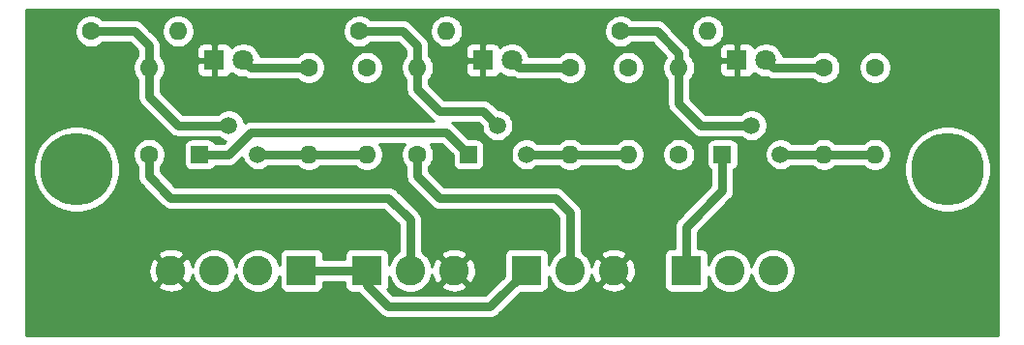
<source format=gbr>
%TF.GenerationSoftware,KiCad,Pcbnew,(5.1.6)-1*%
%TF.CreationDate,2021-02-12T11:45:35-08:00*%
%TF.ProjectId,CMP-CKP-Tach Signal Conditioner,434d502d-434b-4502-9d54-616368205369,rev?*%
%TF.SameCoordinates,Original*%
%TF.FileFunction,Copper,L1,Top*%
%TF.FilePolarity,Positive*%
%FSLAX46Y46*%
G04 Gerber Fmt 4.6, Leading zero omitted, Abs format (unit mm)*
G04 Created by KiCad (PCBNEW (5.1.6)-1) date 2021-02-12 11:45:35*
%MOMM*%
%LPD*%
G01*
G04 APERTURE LIST*
%TA.AperFunction,ComponentPad*%
%ADD10O,1.600000X1.600000*%
%TD*%
%TA.AperFunction,ComponentPad*%
%ADD11C,1.600000*%
%TD*%
%TA.AperFunction,ComponentPad*%
%ADD12R,1.500000X1.500000*%
%TD*%
%TA.AperFunction,ComponentPad*%
%ADD13C,1.500000*%
%TD*%
%TA.AperFunction,ComponentPad*%
%ADD14C,2.600000*%
%TD*%
%TA.AperFunction,ComponentPad*%
%ADD15R,2.600000X2.600000*%
%TD*%
%TA.AperFunction,ComponentPad*%
%ADD16C,1.800000*%
%TD*%
%TA.AperFunction,ComponentPad*%
%ADD17R,1.800000X1.800000*%
%TD*%
%TA.AperFunction,ComponentPad*%
%ADD18C,6.350000*%
%TD*%
%TA.AperFunction,Conductor*%
%ADD19C,0.762000*%
%TD*%
%TA.AperFunction,Conductor*%
%ADD20C,0.250000*%
%TD*%
%TA.AperFunction,Conductor*%
%ADD21C,0.254000*%
%TD*%
G04 APERTURE END LIST*
D10*
%TO.P,R12,2*%
%TO.N,+8V*%
X184785000Y-93980000D03*
D11*
%TO.P,R12,1*%
%TO.N,Net-(Q3-Pad2)*%
X177165000Y-93980000D03*
%TD*%
D10*
%TO.P,R11,2*%
%TO.N,+8V*%
X161290000Y-93980000D03*
D11*
%TO.P,R11,1*%
%TO.N,Net-(Q2-Pad2)*%
X153670000Y-93980000D03*
%TD*%
D10*
%TO.P,R10,2*%
%TO.N,+12V*%
X207645000Y-93980000D03*
D11*
%TO.P,R10,1*%
%TO.N,Net-(Q1-Pad2)*%
X200025000Y-93980000D03*
%TD*%
D10*
%TO.P,R3,2*%
%TO.N,Net-(Q1-Pad3)*%
X217805000Y-104775000D03*
D11*
%TO.P,R3,1*%
%TO.N,Net-(D1-Pad2)*%
X217805000Y-97155000D03*
%TD*%
D10*
%TO.P,R2,2*%
%TO.N,Net-(Q1-Pad3)*%
X222250000Y-104775000D03*
D11*
%TO.P,R2,1*%
%TO.N,/TachSignal*%
X222250000Y-97155000D03*
%TD*%
D10*
%TO.P,R1,2*%
%TO.N,Net-(Q1-Pad2)*%
X205105000Y-97155000D03*
D11*
%TO.P,R1,1*%
%TO.N,/PP5out*%
X205105000Y-104775000D03*
%TD*%
D12*
%TO.P,Q3,1*%
%TO.N,+8V*%
X186690000Y-104775000D03*
D13*
%TO.P,Q3,3*%
%TO.N,Net-(Q3-Pad3)*%
X191770000Y-104775000D03*
%TO.P,Q3,2*%
%TO.N,Net-(Q3-Pad2)*%
X189230000Y-102235000D03*
%TD*%
D12*
%TO.P,Q2,1*%
%TO.N,+8V*%
X163195000Y-104775000D03*
D13*
%TO.P,Q2,3*%
%TO.N,Net-(Q2-Pad3)*%
X168275000Y-104775000D03*
%TO.P,Q2,2*%
%TO.N,Net-(Q2-Pad2)*%
X165735000Y-102235000D03*
%TD*%
D12*
%TO.P,Q1,1*%
%TO.N,+12V*%
X208915000Y-104775000D03*
D13*
%TO.P,Q1,3*%
%TO.N,Net-(Q1-Pad3)*%
X213995000Y-104775000D03*
%TO.P,Q1,2*%
%TO.N,Net-(Q1-Pad2)*%
X211455000Y-102235000D03*
%TD*%
D14*
%TO.P,J3,3*%
%TO.N,/TachSignal*%
X213360000Y-114935000D03*
D15*
%TO.P,J3,1*%
%TO.N,+12V*%
X205740000Y-114935000D03*
D14*
%TO.P,J3,2*%
%TO.N,/PP5out*%
X209550000Y-114935000D03*
%TD*%
D16*
%TO.P,D1,2*%
%TO.N,Net-(D1-Pad2)*%
X212725000Y-96520000D03*
D17*
%TO.P,D1,1*%
%TO.N,GND*%
X210185000Y-96520000D03*
%TD*%
D18*
%TO.P,REF\u002A\u002A,*%
%TO.N,*%
X152400000Y-106045000D03*
%TD*%
%TO.P,REF\u002A\u002A,*%
%TO.N,*%
X228600000Y-106045000D03*
%TD*%
D10*
%TO.P,R9,2*%
%TO.N,Net-(Q3-Pad3)*%
X195580000Y-104775000D03*
D11*
%TO.P,R9,1*%
%TO.N,Net-(D3-Pad2)*%
X195580000Y-97155000D03*
%TD*%
D10*
%TO.P,R8,2*%
%TO.N,Net-(Q3-Pad3)*%
X200660000Y-104775000D03*
D11*
%TO.P,R8,1*%
%TO.N,/CKPsignal*%
X200660000Y-97155000D03*
%TD*%
D10*
%TO.P,R7,2*%
%TO.N,Net-(Q3-Pad2)*%
X182245000Y-97155000D03*
D11*
%TO.P,R7,1*%
%TO.N,/CKPsensor*%
X182245000Y-104775000D03*
%TD*%
D10*
%TO.P,R6,2*%
%TO.N,Net-(Q2-Pad3)*%
X172720000Y-104775000D03*
D11*
%TO.P,R6,1*%
%TO.N,Net-(D2-Pad2)*%
X172720000Y-97155000D03*
%TD*%
D10*
%TO.P,R5,2*%
%TO.N,Net-(Q2-Pad3)*%
X177800000Y-104775000D03*
D11*
%TO.P,R5,1*%
%TO.N,/CMPsignal*%
X177800000Y-97155000D03*
%TD*%
D10*
%TO.P,R4,2*%
%TO.N,Net-(Q2-Pad2)*%
X158750000Y-97155000D03*
D11*
%TO.P,R4,1*%
%TO.N,/CMPsensor*%
X158750000Y-104775000D03*
%TD*%
D14*
%TO.P,J2,3*%
%TO.N,GND*%
X199390000Y-114935000D03*
D15*
%TO.P,J2,1*%
%TO.N,+8V*%
X191770000Y-114935000D03*
D14*
%TO.P,J2,2*%
%TO.N,/CKPsensor*%
X195580000Y-114935000D03*
%TD*%
%TO.P,J1,3*%
%TO.N,GND*%
X185420000Y-114935000D03*
D15*
%TO.P,J1,1*%
%TO.N,+8V*%
X177800000Y-114935000D03*
D14*
%TO.P,J1,2*%
%TO.N,/CMPsensor*%
X181610000Y-114935000D03*
%TD*%
D15*
%TO.P,J4,1*%
%TO.N,+8V*%
X172085000Y-114935000D03*
D14*
%TO.P,J4,4*%
%TO.N,GND*%
X160655000Y-114935000D03*
%TO.P,J4,2*%
%TO.N,/CKPsignal*%
X168275000Y-114935000D03*
%TO.P,J4,3*%
%TO.N,/CMPsignal*%
X164465000Y-114935000D03*
%TD*%
D16*
%TO.P,D3,2*%
%TO.N,Net-(D3-Pad2)*%
X190500000Y-96520000D03*
D17*
%TO.P,D3,1*%
%TO.N,GND*%
X187960000Y-96520000D03*
%TD*%
D16*
%TO.P,D2,2*%
%TO.N,Net-(D2-Pad2)*%
X167005000Y-96520000D03*
D17*
%TO.P,D2,1*%
%TO.N,GND*%
X164465000Y-96520000D03*
%TD*%
D19*
%TO.N,Net-(D2-Pad2)*%
X167640000Y-97155000D02*
X167005000Y-96520000D01*
X172720000Y-97155000D02*
X167640000Y-97155000D01*
%TO.N,+8V*%
X177800000Y-114935000D02*
X177800000Y-115570000D01*
X177800000Y-114935000D02*
X177800000Y-116205000D01*
X177800000Y-116205000D02*
X179705000Y-118110000D01*
X188595000Y-118110000D02*
X191770000Y-114935000D01*
X179705000Y-118110000D02*
X188595000Y-118110000D01*
X172085000Y-114935000D02*
X177800000Y-114935000D01*
X172085000Y-114935000D02*
X172085000Y-114300000D01*
X163195000Y-104775000D02*
X165735000Y-104775000D01*
X165735000Y-104775000D02*
X167640000Y-102870000D01*
X167640000Y-102870000D02*
X184785000Y-102870000D01*
X184785000Y-102870000D02*
X186690000Y-104775000D01*
D20*
%TO.N,/CMPsensor*%
X158750000Y-104775000D02*
X158750000Y-105410000D01*
D19*
X158750000Y-104775000D02*
X158750000Y-106680000D01*
X158750000Y-106680000D02*
X160655000Y-108585000D01*
X160655000Y-108585000D02*
X179705000Y-108585000D01*
X181610000Y-110490000D02*
X181610000Y-114935000D01*
X179705000Y-108585000D02*
X181610000Y-110490000D01*
%TO.N,/CKPsensor*%
X184150000Y-108585000D02*
X182245000Y-106680000D01*
X194310000Y-108585000D02*
X184150000Y-108585000D01*
X195580000Y-114935000D02*
X195580000Y-109855000D01*
X182245000Y-106680000D02*
X182245000Y-104775000D01*
X195580000Y-109855000D02*
X194310000Y-108585000D01*
%TO.N,Net-(Q1-Pad3)*%
X222250000Y-104775000D02*
X217805000Y-104775000D01*
X217805000Y-104775000D02*
X213995000Y-104775000D01*
%TO.N,Net-(Q1-Pad2)*%
X211455000Y-102235000D02*
X207010000Y-102235000D01*
X205105000Y-100330000D02*
X205105000Y-97155000D01*
X207010000Y-102235000D02*
X205105000Y-100330000D01*
X205105000Y-97155000D02*
X205105000Y-95885000D01*
X203200000Y-93980000D02*
X200025000Y-93980000D01*
X205105000Y-95885000D02*
X203200000Y-93980000D01*
%TO.N,Net-(Q2-Pad3)*%
X168275000Y-104775000D02*
X172720000Y-104775000D01*
X172720000Y-104775000D02*
X177800000Y-104775000D01*
%TO.N,Net-(Q2-Pad2)*%
X165735000Y-102235000D02*
X161290000Y-102235000D01*
X158750000Y-99695000D02*
X158750000Y-97155000D01*
X161290000Y-102235000D02*
X158750000Y-99695000D01*
X153670000Y-93980000D02*
X157480000Y-93980000D01*
X158750000Y-95250000D02*
X158750000Y-97155000D01*
X157480000Y-93980000D02*
X158750000Y-95250000D01*
%TO.N,Net-(D3-Pad2)*%
X191135000Y-97155000D02*
X190500000Y-96520000D01*
X195580000Y-97155000D02*
X191135000Y-97155000D01*
%TO.N,Net-(Q3-Pad3)*%
X191770000Y-104775000D02*
X195580000Y-104775000D01*
X195580000Y-104775000D02*
X200660000Y-104775000D01*
%TO.N,Net-(Q3-Pad2)*%
X182245000Y-97155000D02*
X182245000Y-99060000D01*
X182245000Y-99060000D02*
X184150000Y-100965000D01*
X187960000Y-100965000D02*
X189230000Y-102235000D01*
X184150000Y-100965000D02*
X187960000Y-100965000D01*
X177165000Y-93980000D02*
X180975000Y-93980000D01*
X182245000Y-95250000D02*
X182245000Y-97155000D01*
X180975000Y-93980000D02*
X182245000Y-95250000D01*
%TO.N,Net-(D1-Pad2)*%
X213360000Y-97155000D02*
X212725000Y-96520000D01*
X217805000Y-97155000D02*
X213360000Y-97155000D01*
%TO.N,+12V*%
X205740000Y-114935000D02*
X205740000Y-111125000D01*
X208915000Y-107950000D02*
X208915000Y-104775000D01*
X205740000Y-111125000D02*
X208915000Y-107950000D01*
%TD*%
D21*
%TO.N,GND*%
G36*
X233020001Y-120625000D02*
G01*
X147980000Y-120625000D01*
X147980000Y-116284224D01*
X159485381Y-116284224D01*
X159617317Y-116579312D01*
X159958045Y-116750159D01*
X160325557Y-116851250D01*
X160705729Y-116878701D01*
X161083951Y-116831457D01*
X161445690Y-116711333D01*
X161692683Y-116579312D01*
X161824619Y-116284224D01*
X160655000Y-115114605D01*
X159485381Y-116284224D01*
X147980000Y-116284224D01*
X147980000Y-114985729D01*
X158711299Y-114985729D01*
X158758543Y-115363951D01*
X158878667Y-115725690D01*
X159010688Y-115972683D01*
X159305776Y-116104619D01*
X160475395Y-114935000D01*
X159305776Y-113765381D01*
X159010688Y-113897317D01*
X158839841Y-114238045D01*
X158738750Y-114605557D01*
X158711299Y-114985729D01*
X147980000Y-114985729D01*
X147980000Y-113585776D01*
X159485381Y-113585776D01*
X160655000Y-114755395D01*
X161824619Y-113585776D01*
X161692683Y-113290688D01*
X161351955Y-113119841D01*
X160984443Y-113018750D01*
X160604271Y-112991299D01*
X160226049Y-113038543D01*
X159864310Y-113158667D01*
X159617317Y-113290688D01*
X159485381Y-113585776D01*
X147980000Y-113585776D01*
X147980000Y-105669748D01*
X148590000Y-105669748D01*
X148590000Y-106420252D01*
X148736416Y-107156336D01*
X149023622Y-107849712D01*
X149440580Y-108473733D01*
X149971267Y-109004420D01*
X150595288Y-109421378D01*
X151288664Y-109708584D01*
X152024748Y-109855000D01*
X152775252Y-109855000D01*
X153511336Y-109708584D01*
X154204712Y-109421378D01*
X154828733Y-109004420D01*
X155359420Y-108473733D01*
X155776378Y-107849712D01*
X156063584Y-107156336D01*
X156210000Y-106420252D01*
X156210000Y-105669748D01*
X156063584Y-104933664D01*
X155776378Y-104240288D01*
X155359420Y-103616267D01*
X154828733Y-103085580D01*
X154204712Y-102668622D01*
X153511336Y-102381416D01*
X152775252Y-102235000D01*
X152024748Y-102235000D01*
X151288664Y-102381416D01*
X150595288Y-102668622D01*
X149971267Y-103085580D01*
X149440580Y-103616267D01*
X149023622Y-104240288D01*
X148736416Y-104933664D01*
X148590000Y-105669748D01*
X147980000Y-105669748D01*
X147980000Y-93838665D01*
X152235000Y-93838665D01*
X152235000Y-94121335D01*
X152290147Y-94398574D01*
X152398320Y-94659727D01*
X152555363Y-94894759D01*
X152755241Y-95094637D01*
X152990273Y-95251680D01*
X153251426Y-95359853D01*
X153528665Y-95415000D01*
X153811335Y-95415000D01*
X154088574Y-95359853D01*
X154349727Y-95251680D01*
X154584759Y-95094637D01*
X154683396Y-94996000D01*
X157059160Y-94996000D01*
X157734000Y-95670841D01*
X157734000Y-96141604D01*
X157635363Y-96240241D01*
X157478320Y-96475273D01*
X157370147Y-96736426D01*
X157315000Y-97013665D01*
X157315000Y-97296335D01*
X157370147Y-97573574D01*
X157478320Y-97834727D01*
X157635363Y-98069759D01*
X157734001Y-98168397D01*
X157734000Y-99645098D01*
X157729085Y-99695000D01*
X157734000Y-99744901D01*
X157748702Y-99894170D01*
X157806798Y-100085686D01*
X157901140Y-100262190D01*
X158028104Y-100416896D01*
X158066872Y-100448712D01*
X160536292Y-102918133D01*
X160568104Y-102956896D01*
X160722810Y-103083860D01*
X160899313Y-103178202D01*
X161032732Y-103218674D01*
X161090828Y-103236298D01*
X161110177Y-103238204D01*
X161240098Y-103251000D01*
X161240105Y-103251000D01*
X161289999Y-103255914D01*
X161339893Y-103251000D01*
X164792315Y-103251000D01*
X164852114Y-103310799D01*
X165078957Y-103462371D01*
X165331011Y-103566775D01*
X165477288Y-103595872D01*
X165314160Y-103759000D01*
X164522839Y-103759000D01*
X164475537Y-103670506D01*
X164396185Y-103573815D01*
X164299494Y-103494463D01*
X164189180Y-103435498D01*
X164069482Y-103399188D01*
X163945000Y-103386928D01*
X162445000Y-103386928D01*
X162320518Y-103399188D01*
X162200820Y-103435498D01*
X162090506Y-103494463D01*
X161993815Y-103573815D01*
X161914463Y-103670506D01*
X161855498Y-103780820D01*
X161819188Y-103900518D01*
X161806928Y-104025000D01*
X161806928Y-105525000D01*
X161819188Y-105649482D01*
X161855498Y-105769180D01*
X161914463Y-105879494D01*
X161993815Y-105976185D01*
X162090506Y-106055537D01*
X162200820Y-106114502D01*
X162320518Y-106150812D01*
X162445000Y-106163072D01*
X163945000Y-106163072D01*
X164069482Y-106150812D01*
X164189180Y-106114502D01*
X164299494Y-106055537D01*
X164396185Y-105976185D01*
X164475537Y-105879494D01*
X164522839Y-105791000D01*
X165685098Y-105791000D01*
X165735000Y-105795915D01*
X165784902Y-105791000D01*
X165934171Y-105776298D01*
X166125687Y-105718202D01*
X166302190Y-105623860D01*
X166456896Y-105496896D01*
X166488712Y-105458128D01*
X166914128Y-105032712D01*
X166943225Y-105178989D01*
X167047629Y-105431043D01*
X167199201Y-105657886D01*
X167392114Y-105850799D01*
X167618957Y-106002371D01*
X167871011Y-106106775D01*
X168138589Y-106160000D01*
X168411411Y-106160000D01*
X168678989Y-106106775D01*
X168931043Y-106002371D01*
X169157886Y-105850799D01*
X169217685Y-105791000D01*
X171706604Y-105791000D01*
X171805241Y-105889637D01*
X172040273Y-106046680D01*
X172301426Y-106154853D01*
X172578665Y-106210000D01*
X172861335Y-106210000D01*
X173138574Y-106154853D01*
X173399727Y-106046680D01*
X173634759Y-105889637D01*
X173733396Y-105791000D01*
X176786604Y-105791000D01*
X176885241Y-105889637D01*
X177120273Y-106046680D01*
X177381426Y-106154853D01*
X177658665Y-106210000D01*
X177941335Y-106210000D01*
X178218574Y-106154853D01*
X178479727Y-106046680D01*
X178714759Y-105889637D01*
X178914637Y-105689759D01*
X179071680Y-105454727D01*
X179179853Y-105193574D01*
X179235000Y-104916335D01*
X179235000Y-104633665D01*
X179179853Y-104356426D01*
X179071680Y-104095273D01*
X178931849Y-103886000D01*
X181113151Y-103886000D01*
X180973320Y-104095273D01*
X180865147Y-104356426D01*
X180810000Y-104633665D01*
X180810000Y-104916335D01*
X180865147Y-105193574D01*
X180973320Y-105454727D01*
X181130363Y-105689759D01*
X181229000Y-105788396D01*
X181229000Y-106630098D01*
X181224085Y-106680000D01*
X181229000Y-106729901D01*
X181243702Y-106879170D01*
X181301798Y-107070686D01*
X181396140Y-107247190D01*
X181523104Y-107401896D01*
X181561872Y-107433712D01*
X183396292Y-109268133D01*
X183428104Y-109306896D01*
X183582810Y-109433860D01*
X183759313Y-109528202D01*
X183950829Y-109586298D01*
X184150000Y-109605915D01*
X184199902Y-109601000D01*
X193889160Y-109601000D01*
X194564001Y-110275842D01*
X194564000Y-113286664D01*
X194346509Y-113431987D01*
X194076987Y-113701509D01*
X193865225Y-114018434D01*
X193719361Y-114370581D01*
X193708072Y-114427335D01*
X193708072Y-113635000D01*
X193695812Y-113510518D01*
X193659502Y-113390820D01*
X193600537Y-113280506D01*
X193521185Y-113183815D01*
X193424494Y-113104463D01*
X193314180Y-113045498D01*
X193194482Y-113009188D01*
X193070000Y-112996928D01*
X190470000Y-112996928D01*
X190345518Y-113009188D01*
X190225820Y-113045498D01*
X190115506Y-113104463D01*
X190018815Y-113183815D01*
X189939463Y-113280506D01*
X189880498Y-113390820D01*
X189844188Y-113510518D01*
X189831928Y-113635000D01*
X189831928Y-115436231D01*
X188174160Y-117094000D01*
X180125841Y-117094000D01*
X179626389Y-116594548D01*
X179630537Y-116589494D01*
X179689502Y-116479180D01*
X179725812Y-116359482D01*
X179738072Y-116235000D01*
X179738072Y-115442665D01*
X179749361Y-115499419D01*
X179895225Y-115851566D01*
X180106987Y-116168491D01*
X180376509Y-116438013D01*
X180693434Y-116649775D01*
X181045581Y-116795639D01*
X181419419Y-116870000D01*
X181800581Y-116870000D01*
X182174419Y-116795639D01*
X182526566Y-116649775D01*
X182843491Y-116438013D01*
X182997280Y-116284224D01*
X184250381Y-116284224D01*
X184382317Y-116579312D01*
X184723045Y-116750159D01*
X185090557Y-116851250D01*
X185470729Y-116878701D01*
X185848951Y-116831457D01*
X186210690Y-116711333D01*
X186457683Y-116579312D01*
X186589619Y-116284224D01*
X185420000Y-115114605D01*
X184250381Y-116284224D01*
X182997280Y-116284224D01*
X183113013Y-116168491D01*
X183324775Y-115851566D01*
X183470639Y-115499419D01*
X183513530Y-115283791D01*
X183523543Y-115363951D01*
X183643667Y-115725690D01*
X183775688Y-115972683D01*
X184070776Y-116104619D01*
X185240395Y-114935000D01*
X185599605Y-114935000D01*
X186769224Y-116104619D01*
X187064312Y-115972683D01*
X187235159Y-115631955D01*
X187336250Y-115264443D01*
X187363701Y-114884271D01*
X187316457Y-114506049D01*
X187196333Y-114144310D01*
X187064312Y-113897317D01*
X186769224Y-113765381D01*
X185599605Y-114935000D01*
X185240395Y-114935000D01*
X184070776Y-113765381D01*
X183775688Y-113897317D01*
X183604841Y-114238045D01*
X183511659Y-114576803D01*
X183470639Y-114370581D01*
X183324775Y-114018434D01*
X183113013Y-113701509D01*
X182997280Y-113585776D01*
X184250381Y-113585776D01*
X185420000Y-114755395D01*
X186589619Y-113585776D01*
X186457683Y-113290688D01*
X186116955Y-113119841D01*
X185749443Y-113018750D01*
X185369271Y-112991299D01*
X184991049Y-113038543D01*
X184629310Y-113158667D01*
X184382317Y-113290688D01*
X184250381Y-113585776D01*
X182997280Y-113585776D01*
X182843491Y-113431987D01*
X182626000Y-113286665D01*
X182626000Y-110539902D01*
X182630915Y-110490000D01*
X182611298Y-110290829D01*
X182553202Y-110099313D01*
X182529073Y-110054170D01*
X182458860Y-109922810D01*
X182331896Y-109768104D01*
X182293133Y-109736292D01*
X180458712Y-107901872D01*
X180426896Y-107863104D01*
X180272190Y-107736140D01*
X180095687Y-107641798D01*
X179904171Y-107583702D01*
X179754902Y-107569000D01*
X179705000Y-107564085D01*
X179655098Y-107569000D01*
X161075841Y-107569000D01*
X159766000Y-106259160D01*
X159766000Y-105788396D01*
X159864637Y-105689759D01*
X160021680Y-105454727D01*
X160129853Y-105193574D01*
X160185000Y-104916335D01*
X160185000Y-104633665D01*
X160129853Y-104356426D01*
X160021680Y-104095273D01*
X159864637Y-103860241D01*
X159664759Y-103660363D01*
X159429727Y-103503320D01*
X159168574Y-103395147D01*
X158891335Y-103340000D01*
X158608665Y-103340000D01*
X158331426Y-103395147D01*
X158070273Y-103503320D01*
X157835241Y-103660363D01*
X157635363Y-103860241D01*
X157478320Y-104095273D01*
X157370147Y-104356426D01*
X157315000Y-104633665D01*
X157315000Y-104916335D01*
X157370147Y-105193574D01*
X157478320Y-105454727D01*
X157635363Y-105689759D01*
X157734001Y-105788397D01*
X157734001Y-106630089D01*
X157729085Y-106680000D01*
X157748702Y-106879170D01*
X157806799Y-107070686D01*
X157806799Y-107070687D01*
X157901141Y-107247190D01*
X158028105Y-107401896D01*
X158066868Y-107433708D01*
X159901292Y-109268133D01*
X159933104Y-109306896D01*
X160087810Y-109433860D01*
X160264313Y-109528202D01*
X160455829Y-109586298D01*
X160655000Y-109605915D01*
X160704902Y-109601000D01*
X179284160Y-109601000D01*
X180594000Y-110910841D01*
X180594001Y-113286664D01*
X180376509Y-113431987D01*
X180106987Y-113701509D01*
X179895225Y-114018434D01*
X179749361Y-114370581D01*
X179738072Y-114427335D01*
X179738072Y-113635000D01*
X179725812Y-113510518D01*
X179689502Y-113390820D01*
X179630537Y-113280506D01*
X179551185Y-113183815D01*
X179454494Y-113104463D01*
X179344180Y-113045498D01*
X179224482Y-113009188D01*
X179100000Y-112996928D01*
X176500000Y-112996928D01*
X176375518Y-113009188D01*
X176255820Y-113045498D01*
X176145506Y-113104463D01*
X176048815Y-113183815D01*
X175969463Y-113280506D01*
X175910498Y-113390820D01*
X175874188Y-113510518D01*
X175861928Y-113635000D01*
X175861928Y-113919000D01*
X174023072Y-113919000D01*
X174023072Y-113635000D01*
X174010812Y-113510518D01*
X173974502Y-113390820D01*
X173915537Y-113280506D01*
X173836185Y-113183815D01*
X173739494Y-113104463D01*
X173629180Y-113045498D01*
X173509482Y-113009188D01*
X173385000Y-112996928D01*
X170785000Y-112996928D01*
X170660518Y-113009188D01*
X170540820Y-113045498D01*
X170430506Y-113104463D01*
X170333815Y-113183815D01*
X170254463Y-113280506D01*
X170195498Y-113390820D01*
X170159188Y-113510518D01*
X170146928Y-113635000D01*
X170146928Y-114427335D01*
X170135639Y-114370581D01*
X169989775Y-114018434D01*
X169778013Y-113701509D01*
X169508491Y-113431987D01*
X169191566Y-113220225D01*
X168839419Y-113074361D01*
X168465581Y-113000000D01*
X168084419Y-113000000D01*
X167710581Y-113074361D01*
X167358434Y-113220225D01*
X167041509Y-113431987D01*
X166771987Y-113701509D01*
X166560225Y-114018434D01*
X166414361Y-114370581D01*
X166370000Y-114593599D01*
X166325639Y-114370581D01*
X166179775Y-114018434D01*
X165968013Y-113701509D01*
X165698491Y-113431987D01*
X165381566Y-113220225D01*
X165029419Y-113074361D01*
X164655581Y-113000000D01*
X164274419Y-113000000D01*
X163900581Y-113074361D01*
X163548434Y-113220225D01*
X163231509Y-113431987D01*
X162961987Y-113701509D01*
X162750225Y-114018434D01*
X162604361Y-114370581D01*
X162561470Y-114586209D01*
X162551457Y-114506049D01*
X162431333Y-114144310D01*
X162299312Y-113897317D01*
X162004224Y-113765381D01*
X160834605Y-114935000D01*
X162004224Y-116104619D01*
X162299312Y-115972683D01*
X162470159Y-115631955D01*
X162563341Y-115293197D01*
X162604361Y-115499419D01*
X162750225Y-115851566D01*
X162961987Y-116168491D01*
X163231509Y-116438013D01*
X163548434Y-116649775D01*
X163900581Y-116795639D01*
X164274419Y-116870000D01*
X164655581Y-116870000D01*
X165029419Y-116795639D01*
X165381566Y-116649775D01*
X165698491Y-116438013D01*
X165968013Y-116168491D01*
X166179775Y-115851566D01*
X166325639Y-115499419D01*
X166370000Y-115276401D01*
X166414361Y-115499419D01*
X166560225Y-115851566D01*
X166771987Y-116168491D01*
X167041509Y-116438013D01*
X167358434Y-116649775D01*
X167710581Y-116795639D01*
X168084419Y-116870000D01*
X168465581Y-116870000D01*
X168839419Y-116795639D01*
X169191566Y-116649775D01*
X169508491Y-116438013D01*
X169778013Y-116168491D01*
X169989775Y-115851566D01*
X170135639Y-115499419D01*
X170146928Y-115442665D01*
X170146928Y-116235000D01*
X170159188Y-116359482D01*
X170195498Y-116479180D01*
X170254463Y-116589494D01*
X170333815Y-116686185D01*
X170430506Y-116765537D01*
X170540820Y-116824502D01*
X170660518Y-116860812D01*
X170785000Y-116873072D01*
X173385000Y-116873072D01*
X173509482Y-116860812D01*
X173629180Y-116824502D01*
X173739494Y-116765537D01*
X173836185Y-116686185D01*
X173915537Y-116589494D01*
X173974502Y-116479180D01*
X174010812Y-116359482D01*
X174023072Y-116235000D01*
X174023072Y-115951000D01*
X175861928Y-115951000D01*
X175861928Y-116235000D01*
X175874188Y-116359482D01*
X175910498Y-116479180D01*
X175969463Y-116589494D01*
X176048815Y-116686185D01*
X176145506Y-116765537D01*
X176255820Y-116824502D01*
X176375518Y-116860812D01*
X176500000Y-116873072D01*
X177033933Y-116873072D01*
X177078105Y-116926896D01*
X177116868Y-116958708D01*
X178951292Y-118793133D01*
X178983104Y-118831896D01*
X179137810Y-118958860D01*
X179314311Y-119053201D01*
X179314313Y-119053202D01*
X179505829Y-119111298D01*
X179705000Y-119130915D01*
X179754902Y-119126000D01*
X188545098Y-119126000D01*
X188595000Y-119130915D01*
X188644902Y-119126000D01*
X188794171Y-119111298D01*
X188985687Y-119053202D01*
X189162190Y-118958860D01*
X189316896Y-118831896D01*
X189348712Y-118793128D01*
X191268769Y-116873072D01*
X193070000Y-116873072D01*
X193194482Y-116860812D01*
X193314180Y-116824502D01*
X193424494Y-116765537D01*
X193521185Y-116686185D01*
X193600537Y-116589494D01*
X193659502Y-116479180D01*
X193695812Y-116359482D01*
X193708072Y-116235000D01*
X193708072Y-115442665D01*
X193719361Y-115499419D01*
X193865225Y-115851566D01*
X194076987Y-116168491D01*
X194346509Y-116438013D01*
X194663434Y-116649775D01*
X195015581Y-116795639D01*
X195389419Y-116870000D01*
X195770581Y-116870000D01*
X196144419Y-116795639D01*
X196496566Y-116649775D01*
X196813491Y-116438013D01*
X196967280Y-116284224D01*
X198220381Y-116284224D01*
X198352317Y-116579312D01*
X198693045Y-116750159D01*
X199060557Y-116851250D01*
X199440729Y-116878701D01*
X199818951Y-116831457D01*
X200180690Y-116711333D01*
X200427683Y-116579312D01*
X200559619Y-116284224D01*
X199390000Y-115114605D01*
X198220381Y-116284224D01*
X196967280Y-116284224D01*
X197083013Y-116168491D01*
X197294775Y-115851566D01*
X197440639Y-115499419D01*
X197483530Y-115283791D01*
X197493543Y-115363951D01*
X197613667Y-115725690D01*
X197745688Y-115972683D01*
X198040776Y-116104619D01*
X199210395Y-114935000D01*
X199569605Y-114935000D01*
X200739224Y-116104619D01*
X201034312Y-115972683D01*
X201205159Y-115631955D01*
X201306250Y-115264443D01*
X201333701Y-114884271D01*
X201286457Y-114506049D01*
X201166333Y-114144310D01*
X201034312Y-113897317D01*
X200739224Y-113765381D01*
X199569605Y-114935000D01*
X199210395Y-114935000D01*
X198040776Y-113765381D01*
X197745688Y-113897317D01*
X197574841Y-114238045D01*
X197481659Y-114576803D01*
X197440639Y-114370581D01*
X197294775Y-114018434D01*
X197083013Y-113701509D01*
X196967280Y-113585776D01*
X198220381Y-113585776D01*
X199390000Y-114755395D01*
X200510395Y-113635000D01*
X203801928Y-113635000D01*
X203801928Y-116235000D01*
X203814188Y-116359482D01*
X203850498Y-116479180D01*
X203909463Y-116589494D01*
X203988815Y-116686185D01*
X204085506Y-116765537D01*
X204195820Y-116824502D01*
X204315518Y-116860812D01*
X204440000Y-116873072D01*
X207040000Y-116873072D01*
X207164482Y-116860812D01*
X207284180Y-116824502D01*
X207394494Y-116765537D01*
X207491185Y-116686185D01*
X207570537Y-116589494D01*
X207629502Y-116479180D01*
X207665812Y-116359482D01*
X207678072Y-116235000D01*
X207678072Y-115442665D01*
X207689361Y-115499419D01*
X207835225Y-115851566D01*
X208046987Y-116168491D01*
X208316509Y-116438013D01*
X208633434Y-116649775D01*
X208985581Y-116795639D01*
X209359419Y-116870000D01*
X209740581Y-116870000D01*
X210114419Y-116795639D01*
X210466566Y-116649775D01*
X210783491Y-116438013D01*
X211053013Y-116168491D01*
X211264775Y-115851566D01*
X211410639Y-115499419D01*
X211455000Y-115276401D01*
X211499361Y-115499419D01*
X211645225Y-115851566D01*
X211856987Y-116168491D01*
X212126509Y-116438013D01*
X212443434Y-116649775D01*
X212795581Y-116795639D01*
X213169419Y-116870000D01*
X213550581Y-116870000D01*
X213924419Y-116795639D01*
X214276566Y-116649775D01*
X214593491Y-116438013D01*
X214863013Y-116168491D01*
X215074775Y-115851566D01*
X215220639Y-115499419D01*
X215295000Y-115125581D01*
X215295000Y-114744419D01*
X215220639Y-114370581D01*
X215074775Y-114018434D01*
X214863013Y-113701509D01*
X214593491Y-113431987D01*
X214276566Y-113220225D01*
X213924419Y-113074361D01*
X213550581Y-113000000D01*
X213169419Y-113000000D01*
X212795581Y-113074361D01*
X212443434Y-113220225D01*
X212126509Y-113431987D01*
X211856987Y-113701509D01*
X211645225Y-114018434D01*
X211499361Y-114370581D01*
X211455000Y-114593599D01*
X211410639Y-114370581D01*
X211264775Y-114018434D01*
X211053013Y-113701509D01*
X210783491Y-113431987D01*
X210466566Y-113220225D01*
X210114419Y-113074361D01*
X209740581Y-113000000D01*
X209359419Y-113000000D01*
X208985581Y-113074361D01*
X208633434Y-113220225D01*
X208316509Y-113431987D01*
X208046987Y-113701509D01*
X207835225Y-114018434D01*
X207689361Y-114370581D01*
X207678072Y-114427335D01*
X207678072Y-113635000D01*
X207665812Y-113510518D01*
X207629502Y-113390820D01*
X207570537Y-113280506D01*
X207491185Y-113183815D01*
X207394494Y-113104463D01*
X207284180Y-113045498D01*
X207164482Y-113009188D01*
X207040000Y-112996928D01*
X206756000Y-112996928D01*
X206756000Y-111545840D01*
X209598133Y-108703708D01*
X209636896Y-108671896D01*
X209763860Y-108517190D01*
X209858202Y-108340687D01*
X209916298Y-108149171D01*
X209931000Y-107999902D01*
X209931000Y-107999901D01*
X209935915Y-107950001D01*
X209931000Y-107900099D01*
X209931000Y-106102839D01*
X210019494Y-106055537D01*
X210116185Y-105976185D01*
X210195537Y-105879494D01*
X210254502Y-105769180D01*
X210290812Y-105649482D01*
X210303072Y-105525000D01*
X210303072Y-104638589D01*
X212610000Y-104638589D01*
X212610000Y-104911411D01*
X212663225Y-105178989D01*
X212767629Y-105431043D01*
X212919201Y-105657886D01*
X213112114Y-105850799D01*
X213338957Y-106002371D01*
X213591011Y-106106775D01*
X213858589Y-106160000D01*
X214131411Y-106160000D01*
X214398989Y-106106775D01*
X214651043Y-106002371D01*
X214877886Y-105850799D01*
X214937685Y-105791000D01*
X216791604Y-105791000D01*
X216890241Y-105889637D01*
X217125273Y-106046680D01*
X217386426Y-106154853D01*
X217663665Y-106210000D01*
X217946335Y-106210000D01*
X218223574Y-106154853D01*
X218484727Y-106046680D01*
X218719759Y-105889637D01*
X218818396Y-105791000D01*
X221236604Y-105791000D01*
X221335241Y-105889637D01*
X221570273Y-106046680D01*
X221831426Y-106154853D01*
X222108665Y-106210000D01*
X222391335Y-106210000D01*
X222668574Y-106154853D01*
X222929727Y-106046680D01*
X223164759Y-105889637D01*
X223364637Y-105689759D01*
X223378007Y-105669748D01*
X224790000Y-105669748D01*
X224790000Y-106420252D01*
X224936416Y-107156336D01*
X225223622Y-107849712D01*
X225640580Y-108473733D01*
X226171267Y-109004420D01*
X226795288Y-109421378D01*
X227488664Y-109708584D01*
X228224748Y-109855000D01*
X228975252Y-109855000D01*
X229711336Y-109708584D01*
X230404712Y-109421378D01*
X231028733Y-109004420D01*
X231559420Y-108473733D01*
X231976378Y-107849712D01*
X232263584Y-107156336D01*
X232410000Y-106420252D01*
X232410000Y-105669748D01*
X232263584Y-104933664D01*
X231976378Y-104240288D01*
X231559420Y-103616267D01*
X231028733Y-103085580D01*
X230404712Y-102668622D01*
X229711336Y-102381416D01*
X228975252Y-102235000D01*
X228224748Y-102235000D01*
X227488664Y-102381416D01*
X226795288Y-102668622D01*
X226171267Y-103085580D01*
X225640580Y-103616267D01*
X225223622Y-104240288D01*
X224936416Y-104933664D01*
X224790000Y-105669748D01*
X223378007Y-105669748D01*
X223521680Y-105454727D01*
X223629853Y-105193574D01*
X223685000Y-104916335D01*
X223685000Y-104633665D01*
X223629853Y-104356426D01*
X223521680Y-104095273D01*
X223364637Y-103860241D01*
X223164759Y-103660363D01*
X222929727Y-103503320D01*
X222668574Y-103395147D01*
X222391335Y-103340000D01*
X222108665Y-103340000D01*
X221831426Y-103395147D01*
X221570273Y-103503320D01*
X221335241Y-103660363D01*
X221236604Y-103759000D01*
X218818396Y-103759000D01*
X218719759Y-103660363D01*
X218484727Y-103503320D01*
X218223574Y-103395147D01*
X217946335Y-103340000D01*
X217663665Y-103340000D01*
X217386426Y-103395147D01*
X217125273Y-103503320D01*
X216890241Y-103660363D01*
X216791604Y-103759000D01*
X214937685Y-103759000D01*
X214877886Y-103699201D01*
X214651043Y-103547629D01*
X214398989Y-103443225D01*
X214131411Y-103390000D01*
X213858589Y-103390000D01*
X213591011Y-103443225D01*
X213338957Y-103547629D01*
X213112114Y-103699201D01*
X212919201Y-103892114D01*
X212767629Y-104118957D01*
X212663225Y-104371011D01*
X212610000Y-104638589D01*
X210303072Y-104638589D01*
X210303072Y-104025000D01*
X210290812Y-103900518D01*
X210254502Y-103780820D01*
X210195537Y-103670506D01*
X210116185Y-103573815D01*
X210019494Y-103494463D01*
X209909180Y-103435498D01*
X209789482Y-103399188D01*
X209665000Y-103386928D01*
X208165000Y-103386928D01*
X208040518Y-103399188D01*
X207920820Y-103435498D01*
X207810506Y-103494463D01*
X207713815Y-103573815D01*
X207634463Y-103670506D01*
X207575498Y-103780820D01*
X207539188Y-103900518D01*
X207526928Y-104025000D01*
X207526928Y-105525000D01*
X207539188Y-105649482D01*
X207575498Y-105769180D01*
X207634463Y-105879494D01*
X207713815Y-105976185D01*
X207810506Y-106055537D01*
X207899001Y-106102839D01*
X207899000Y-107529159D01*
X205056868Y-110371292D01*
X205018105Y-110403104D01*
X204891141Y-110557810D01*
X204880940Y-110576895D01*
X204796799Y-110734313D01*
X204738702Y-110925830D01*
X204719085Y-111125000D01*
X204724001Y-111174912D01*
X204724001Y-112996928D01*
X204440000Y-112996928D01*
X204315518Y-113009188D01*
X204195820Y-113045498D01*
X204085506Y-113104463D01*
X203988815Y-113183815D01*
X203909463Y-113280506D01*
X203850498Y-113390820D01*
X203814188Y-113510518D01*
X203801928Y-113635000D01*
X200510395Y-113635000D01*
X200559619Y-113585776D01*
X200427683Y-113290688D01*
X200086955Y-113119841D01*
X199719443Y-113018750D01*
X199339271Y-112991299D01*
X198961049Y-113038543D01*
X198599310Y-113158667D01*
X198352317Y-113290688D01*
X198220381Y-113585776D01*
X196967280Y-113585776D01*
X196813491Y-113431987D01*
X196596000Y-113286665D01*
X196596000Y-109904893D01*
X196600914Y-109854999D01*
X196596000Y-109805105D01*
X196596000Y-109805098D01*
X196581298Y-109655829D01*
X196523202Y-109464313D01*
X196428860Y-109287810D01*
X196301896Y-109133104D01*
X196263133Y-109101292D01*
X195063712Y-107901872D01*
X195031896Y-107863104D01*
X194877190Y-107736140D01*
X194700687Y-107641798D01*
X194509171Y-107583702D01*
X194359902Y-107569000D01*
X194310000Y-107564085D01*
X194260098Y-107569000D01*
X184570841Y-107569000D01*
X183261000Y-106259160D01*
X183261000Y-105788396D01*
X183359637Y-105689759D01*
X183516680Y-105454727D01*
X183624853Y-105193574D01*
X183680000Y-104916335D01*
X183680000Y-104633665D01*
X183624853Y-104356426D01*
X183516680Y-104095273D01*
X183376849Y-103886000D01*
X184364160Y-103886000D01*
X185301928Y-104823769D01*
X185301928Y-105525000D01*
X185314188Y-105649482D01*
X185350498Y-105769180D01*
X185409463Y-105879494D01*
X185488815Y-105976185D01*
X185585506Y-106055537D01*
X185695820Y-106114502D01*
X185815518Y-106150812D01*
X185940000Y-106163072D01*
X187440000Y-106163072D01*
X187564482Y-106150812D01*
X187684180Y-106114502D01*
X187794494Y-106055537D01*
X187891185Y-105976185D01*
X187970537Y-105879494D01*
X188029502Y-105769180D01*
X188065812Y-105649482D01*
X188078072Y-105525000D01*
X188078072Y-104638589D01*
X190385000Y-104638589D01*
X190385000Y-104911411D01*
X190438225Y-105178989D01*
X190542629Y-105431043D01*
X190694201Y-105657886D01*
X190887114Y-105850799D01*
X191113957Y-106002371D01*
X191366011Y-106106775D01*
X191633589Y-106160000D01*
X191906411Y-106160000D01*
X192173989Y-106106775D01*
X192426043Y-106002371D01*
X192652886Y-105850799D01*
X192712685Y-105791000D01*
X194566604Y-105791000D01*
X194665241Y-105889637D01*
X194900273Y-106046680D01*
X195161426Y-106154853D01*
X195438665Y-106210000D01*
X195721335Y-106210000D01*
X195998574Y-106154853D01*
X196259727Y-106046680D01*
X196494759Y-105889637D01*
X196593396Y-105791000D01*
X199646604Y-105791000D01*
X199745241Y-105889637D01*
X199980273Y-106046680D01*
X200241426Y-106154853D01*
X200518665Y-106210000D01*
X200801335Y-106210000D01*
X201078574Y-106154853D01*
X201339727Y-106046680D01*
X201574759Y-105889637D01*
X201774637Y-105689759D01*
X201931680Y-105454727D01*
X202039853Y-105193574D01*
X202095000Y-104916335D01*
X202095000Y-104633665D01*
X203670000Y-104633665D01*
X203670000Y-104916335D01*
X203725147Y-105193574D01*
X203833320Y-105454727D01*
X203990363Y-105689759D01*
X204190241Y-105889637D01*
X204425273Y-106046680D01*
X204686426Y-106154853D01*
X204963665Y-106210000D01*
X205246335Y-106210000D01*
X205523574Y-106154853D01*
X205784727Y-106046680D01*
X206019759Y-105889637D01*
X206219637Y-105689759D01*
X206376680Y-105454727D01*
X206484853Y-105193574D01*
X206540000Y-104916335D01*
X206540000Y-104633665D01*
X206484853Y-104356426D01*
X206376680Y-104095273D01*
X206219637Y-103860241D01*
X206019759Y-103660363D01*
X205784727Y-103503320D01*
X205523574Y-103395147D01*
X205246335Y-103340000D01*
X204963665Y-103340000D01*
X204686426Y-103395147D01*
X204425273Y-103503320D01*
X204190241Y-103660363D01*
X203990363Y-103860241D01*
X203833320Y-104095273D01*
X203725147Y-104356426D01*
X203670000Y-104633665D01*
X202095000Y-104633665D01*
X202039853Y-104356426D01*
X201931680Y-104095273D01*
X201774637Y-103860241D01*
X201574759Y-103660363D01*
X201339727Y-103503320D01*
X201078574Y-103395147D01*
X200801335Y-103340000D01*
X200518665Y-103340000D01*
X200241426Y-103395147D01*
X199980273Y-103503320D01*
X199745241Y-103660363D01*
X199646604Y-103759000D01*
X196593396Y-103759000D01*
X196494759Y-103660363D01*
X196259727Y-103503320D01*
X195998574Y-103395147D01*
X195721335Y-103340000D01*
X195438665Y-103340000D01*
X195161426Y-103395147D01*
X194900273Y-103503320D01*
X194665241Y-103660363D01*
X194566604Y-103759000D01*
X192712685Y-103759000D01*
X192652886Y-103699201D01*
X192426043Y-103547629D01*
X192173989Y-103443225D01*
X191906411Y-103390000D01*
X191633589Y-103390000D01*
X191366011Y-103443225D01*
X191113957Y-103547629D01*
X190887114Y-103699201D01*
X190694201Y-103892114D01*
X190542629Y-104118957D01*
X190438225Y-104371011D01*
X190385000Y-104638589D01*
X188078072Y-104638589D01*
X188078072Y-104025000D01*
X188065812Y-103900518D01*
X188029502Y-103780820D01*
X187970537Y-103670506D01*
X187891185Y-103573815D01*
X187794494Y-103494463D01*
X187684180Y-103435498D01*
X187564482Y-103399188D01*
X187440000Y-103386928D01*
X186738769Y-103386928D01*
X185538712Y-102186872D01*
X185506896Y-102148104D01*
X185352190Y-102021140D01*
X185277093Y-101981000D01*
X187539160Y-101981000D01*
X187845000Y-102286840D01*
X187845000Y-102371411D01*
X187898225Y-102638989D01*
X188002629Y-102891043D01*
X188154201Y-103117886D01*
X188347114Y-103310799D01*
X188573957Y-103462371D01*
X188826011Y-103566775D01*
X189093589Y-103620000D01*
X189366411Y-103620000D01*
X189633989Y-103566775D01*
X189886043Y-103462371D01*
X190112886Y-103310799D01*
X190305799Y-103117886D01*
X190457371Y-102891043D01*
X190561775Y-102638989D01*
X190615000Y-102371411D01*
X190615000Y-102098589D01*
X190561775Y-101831011D01*
X190457371Y-101578957D01*
X190305799Y-101352114D01*
X190112886Y-101159201D01*
X189886043Y-101007629D01*
X189633989Y-100903225D01*
X189366411Y-100850000D01*
X189281840Y-100850000D01*
X188713712Y-100281872D01*
X188681896Y-100243104D01*
X188527190Y-100116140D01*
X188350687Y-100021798D01*
X188159171Y-99963702D01*
X188009902Y-99949000D01*
X187960000Y-99944085D01*
X187910098Y-99949000D01*
X184570841Y-99949000D01*
X183261000Y-98639160D01*
X183261000Y-98168396D01*
X183359637Y-98069759D01*
X183516680Y-97834727D01*
X183624853Y-97573574D01*
X183655401Y-97420000D01*
X186421928Y-97420000D01*
X186434188Y-97544482D01*
X186470498Y-97664180D01*
X186529463Y-97774494D01*
X186608815Y-97871185D01*
X186705506Y-97950537D01*
X186815820Y-98009502D01*
X186935518Y-98045812D01*
X187060000Y-98058072D01*
X187674250Y-98055000D01*
X187833000Y-97896250D01*
X187833000Y-96647000D01*
X186583750Y-96647000D01*
X186425000Y-96805750D01*
X186421928Y-97420000D01*
X183655401Y-97420000D01*
X183680000Y-97296335D01*
X183680000Y-97013665D01*
X183624853Y-96736426D01*
X183516680Y-96475273D01*
X183359637Y-96240241D01*
X183261000Y-96141604D01*
X183261000Y-95620000D01*
X186421928Y-95620000D01*
X186425000Y-96234250D01*
X186583750Y-96393000D01*
X187833000Y-96393000D01*
X187833000Y-95143750D01*
X188087000Y-95143750D01*
X188087000Y-96393000D01*
X188107000Y-96393000D01*
X188107000Y-96647000D01*
X188087000Y-96647000D01*
X188087000Y-97896250D01*
X188245750Y-98055000D01*
X188860000Y-98058072D01*
X188984482Y-98045812D01*
X189104180Y-98009502D01*
X189214494Y-97950537D01*
X189311185Y-97871185D01*
X189390537Y-97774494D01*
X189449502Y-97664180D01*
X189455056Y-97645873D01*
X189521495Y-97712312D01*
X189772905Y-97880299D01*
X190052257Y-97996011D01*
X190348816Y-98055000D01*
X190651184Y-98055000D01*
X190660150Y-98053216D01*
X190744313Y-98098202D01*
X190935829Y-98156298D01*
X191135000Y-98175915D01*
X191184902Y-98171000D01*
X194566604Y-98171000D01*
X194665241Y-98269637D01*
X194900273Y-98426680D01*
X195161426Y-98534853D01*
X195438665Y-98590000D01*
X195721335Y-98590000D01*
X195998574Y-98534853D01*
X196259727Y-98426680D01*
X196494759Y-98269637D01*
X196694637Y-98069759D01*
X196851680Y-97834727D01*
X196959853Y-97573574D01*
X197015000Y-97296335D01*
X197015000Y-97013665D01*
X199225000Y-97013665D01*
X199225000Y-97296335D01*
X199280147Y-97573574D01*
X199388320Y-97834727D01*
X199545363Y-98069759D01*
X199745241Y-98269637D01*
X199980273Y-98426680D01*
X200241426Y-98534853D01*
X200518665Y-98590000D01*
X200801335Y-98590000D01*
X201078574Y-98534853D01*
X201339727Y-98426680D01*
X201574759Y-98269637D01*
X201774637Y-98069759D01*
X201931680Y-97834727D01*
X202039853Y-97573574D01*
X202095000Y-97296335D01*
X202095000Y-97013665D01*
X202039853Y-96736426D01*
X201931680Y-96475273D01*
X201774637Y-96240241D01*
X201574759Y-96040363D01*
X201339727Y-95883320D01*
X201078574Y-95775147D01*
X200801335Y-95720000D01*
X200518665Y-95720000D01*
X200241426Y-95775147D01*
X199980273Y-95883320D01*
X199745241Y-96040363D01*
X199545363Y-96240241D01*
X199388320Y-96475273D01*
X199280147Y-96736426D01*
X199225000Y-97013665D01*
X197015000Y-97013665D01*
X196959853Y-96736426D01*
X196851680Y-96475273D01*
X196694637Y-96240241D01*
X196494759Y-96040363D01*
X196259727Y-95883320D01*
X195998574Y-95775147D01*
X195721335Y-95720000D01*
X195438665Y-95720000D01*
X195161426Y-95775147D01*
X194900273Y-95883320D01*
X194665241Y-96040363D01*
X194566604Y-96139000D01*
X191989287Y-96139000D01*
X191976011Y-96072257D01*
X191860299Y-95792905D01*
X191692312Y-95541495D01*
X191478505Y-95327688D01*
X191227095Y-95159701D01*
X190947743Y-95043989D01*
X190651184Y-94985000D01*
X190348816Y-94985000D01*
X190052257Y-95043989D01*
X189772905Y-95159701D01*
X189521495Y-95327688D01*
X189455056Y-95394127D01*
X189449502Y-95375820D01*
X189390537Y-95265506D01*
X189311185Y-95168815D01*
X189214494Y-95089463D01*
X189104180Y-95030498D01*
X188984482Y-94994188D01*
X188860000Y-94981928D01*
X188245750Y-94985000D01*
X188087000Y-95143750D01*
X187833000Y-95143750D01*
X187674250Y-94985000D01*
X187060000Y-94981928D01*
X186935518Y-94994188D01*
X186815820Y-95030498D01*
X186705506Y-95089463D01*
X186608815Y-95168815D01*
X186529463Y-95265506D01*
X186470498Y-95375820D01*
X186434188Y-95495518D01*
X186421928Y-95620000D01*
X183261000Y-95620000D01*
X183261000Y-95299893D01*
X183265914Y-95249999D01*
X183261000Y-95200105D01*
X183261000Y-95200098D01*
X183246298Y-95050829D01*
X183188202Y-94859313D01*
X183093860Y-94682810D01*
X182966896Y-94528104D01*
X182928133Y-94496292D01*
X182270506Y-93838665D01*
X183350000Y-93838665D01*
X183350000Y-94121335D01*
X183405147Y-94398574D01*
X183513320Y-94659727D01*
X183670363Y-94894759D01*
X183870241Y-95094637D01*
X184105273Y-95251680D01*
X184366426Y-95359853D01*
X184643665Y-95415000D01*
X184926335Y-95415000D01*
X185203574Y-95359853D01*
X185464727Y-95251680D01*
X185699759Y-95094637D01*
X185899637Y-94894759D01*
X186056680Y-94659727D01*
X186164853Y-94398574D01*
X186220000Y-94121335D01*
X186220000Y-93838665D01*
X198590000Y-93838665D01*
X198590000Y-94121335D01*
X198645147Y-94398574D01*
X198753320Y-94659727D01*
X198910363Y-94894759D01*
X199110241Y-95094637D01*
X199345273Y-95251680D01*
X199606426Y-95359853D01*
X199883665Y-95415000D01*
X200166335Y-95415000D01*
X200443574Y-95359853D01*
X200704727Y-95251680D01*
X200939759Y-95094637D01*
X201038396Y-94996000D01*
X202779160Y-94996000D01*
X204006882Y-96223722D01*
X203990363Y-96240241D01*
X203833320Y-96475273D01*
X203725147Y-96736426D01*
X203670000Y-97013665D01*
X203670000Y-97296335D01*
X203725147Y-97573574D01*
X203833320Y-97834727D01*
X203990363Y-98069759D01*
X204089001Y-98168397D01*
X204089000Y-100280098D01*
X204084085Y-100330000D01*
X204089000Y-100379901D01*
X204103702Y-100529170D01*
X204161798Y-100720686D01*
X204256140Y-100897190D01*
X204383104Y-101051896D01*
X204421872Y-101083712D01*
X206256292Y-102918133D01*
X206288104Y-102956896D01*
X206442810Y-103083860D01*
X206619311Y-103178201D01*
X206619313Y-103178202D01*
X206810829Y-103236298D01*
X207010000Y-103255915D01*
X207059902Y-103251000D01*
X210512315Y-103251000D01*
X210572114Y-103310799D01*
X210798957Y-103462371D01*
X211051011Y-103566775D01*
X211318589Y-103620000D01*
X211591411Y-103620000D01*
X211858989Y-103566775D01*
X212111043Y-103462371D01*
X212337886Y-103310799D01*
X212530799Y-103117886D01*
X212682371Y-102891043D01*
X212786775Y-102638989D01*
X212840000Y-102371411D01*
X212840000Y-102098589D01*
X212786775Y-101831011D01*
X212682371Y-101578957D01*
X212530799Y-101352114D01*
X212337886Y-101159201D01*
X212111043Y-101007629D01*
X211858989Y-100903225D01*
X211591411Y-100850000D01*
X211318589Y-100850000D01*
X211051011Y-100903225D01*
X210798957Y-101007629D01*
X210572114Y-101159201D01*
X210512315Y-101219000D01*
X207430841Y-101219000D01*
X206121000Y-99909160D01*
X206121000Y-98168396D01*
X206219637Y-98069759D01*
X206376680Y-97834727D01*
X206484853Y-97573574D01*
X206515401Y-97420000D01*
X208646928Y-97420000D01*
X208659188Y-97544482D01*
X208695498Y-97664180D01*
X208754463Y-97774494D01*
X208833815Y-97871185D01*
X208930506Y-97950537D01*
X209040820Y-98009502D01*
X209160518Y-98045812D01*
X209285000Y-98058072D01*
X209899250Y-98055000D01*
X210058000Y-97896250D01*
X210058000Y-96647000D01*
X208808750Y-96647000D01*
X208650000Y-96805750D01*
X208646928Y-97420000D01*
X206515401Y-97420000D01*
X206540000Y-97296335D01*
X206540000Y-97013665D01*
X206484853Y-96736426D01*
X206376680Y-96475273D01*
X206219637Y-96240241D01*
X206121000Y-96141604D01*
X206121000Y-95934902D01*
X206125915Y-95885000D01*
X206106298Y-95685829D01*
X206086329Y-95620000D01*
X208646928Y-95620000D01*
X208650000Y-96234250D01*
X208808750Y-96393000D01*
X210058000Y-96393000D01*
X210058000Y-95143750D01*
X210312000Y-95143750D01*
X210312000Y-96393000D01*
X210332000Y-96393000D01*
X210332000Y-96647000D01*
X210312000Y-96647000D01*
X210312000Y-97896250D01*
X210470750Y-98055000D01*
X211085000Y-98058072D01*
X211209482Y-98045812D01*
X211329180Y-98009502D01*
X211439494Y-97950537D01*
X211536185Y-97871185D01*
X211615537Y-97774494D01*
X211674502Y-97664180D01*
X211680056Y-97645873D01*
X211746495Y-97712312D01*
X211997905Y-97880299D01*
X212277257Y-97996011D01*
X212573816Y-98055000D01*
X212876184Y-98055000D01*
X212885150Y-98053216D01*
X212969313Y-98098202D01*
X213160829Y-98156298D01*
X213360000Y-98175915D01*
X213409902Y-98171000D01*
X216791604Y-98171000D01*
X216890241Y-98269637D01*
X217125273Y-98426680D01*
X217386426Y-98534853D01*
X217663665Y-98590000D01*
X217946335Y-98590000D01*
X218223574Y-98534853D01*
X218484727Y-98426680D01*
X218719759Y-98269637D01*
X218919637Y-98069759D01*
X219076680Y-97834727D01*
X219184853Y-97573574D01*
X219240000Y-97296335D01*
X219240000Y-97013665D01*
X220815000Y-97013665D01*
X220815000Y-97296335D01*
X220870147Y-97573574D01*
X220978320Y-97834727D01*
X221135363Y-98069759D01*
X221335241Y-98269637D01*
X221570273Y-98426680D01*
X221831426Y-98534853D01*
X222108665Y-98590000D01*
X222391335Y-98590000D01*
X222668574Y-98534853D01*
X222929727Y-98426680D01*
X223164759Y-98269637D01*
X223364637Y-98069759D01*
X223521680Y-97834727D01*
X223629853Y-97573574D01*
X223685000Y-97296335D01*
X223685000Y-97013665D01*
X223629853Y-96736426D01*
X223521680Y-96475273D01*
X223364637Y-96240241D01*
X223164759Y-96040363D01*
X222929727Y-95883320D01*
X222668574Y-95775147D01*
X222391335Y-95720000D01*
X222108665Y-95720000D01*
X221831426Y-95775147D01*
X221570273Y-95883320D01*
X221335241Y-96040363D01*
X221135363Y-96240241D01*
X220978320Y-96475273D01*
X220870147Y-96736426D01*
X220815000Y-97013665D01*
X219240000Y-97013665D01*
X219184853Y-96736426D01*
X219076680Y-96475273D01*
X218919637Y-96240241D01*
X218719759Y-96040363D01*
X218484727Y-95883320D01*
X218223574Y-95775147D01*
X217946335Y-95720000D01*
X217663665Y-95720000D01*
X217386426Y-95775147D01*
X217125273Y-95883320D01*
X216890241Y-96040363D01*
X216791604Y-96139000D01*
X214214287Y-96139000D01*
X214201011Y-96072257D01*
X214085299Y-95792905D01*
X213917312Y-95541495D01*
X213703505Y-95327688D01*
X213452095Y-95159701D01*
X213172743Y-95043989D01*
X212876184Y-94985000D01*
X212573816Y-94985000D01*
X212277257Y-95043989D01*
X211997905Y-95159701D01*
X211746495Y-95327688D01*
X211680056Y-95394127D01*
X211674502Y-95375820D01*
X211615537Y-95265506D01*
X211536185Y-95168815D01*
X211439494Y-95089463D01*
X211329180Y-95030498D01*
X211209482Y-94994188D01*
X211085000Y-94981928D01*
X210470750Y-94985000D01*
X210312000Y-95143750D01*
X210058000Y-95143750D01*
X209899250Y-94985000D01*
X209285000Y-94981928D01*
X209160518Y-94994188D01*
X209040820Y-95030498D01*
X208930506Y-95089463D01*
X208833815Y-95168815D01*
X208754463Y-95265506D01*
X208695498Y-95375820D01*
X208659188Y-95495518D01*
X208646928Y-95620000D01*
X206086329Y-95620000D01*
X206048202Y-95494313D01*
X206024073Y-95449170D01*
X205953860Y-95317810D01*
X205826896Y-95163104D01*
X205788133Y-95131292D01*
X204495506Y-93838665D01*
X206210000Y-93838665D01*
X206210000Y-94121335D01*
X206265147Y-94398574D01*
X206373320Y-94659727D01*
X206530363Y-94894759D01*
X206730241Y-95094637D01*
X206965273Y-95251680D01*
X207226426Y-95359853D01*
X207503665Y-95415000D01*
X207786335Y-95415000D01*
X208063574Y-95359853D01*
X208324727Y-95251680D01*
X208559759Y-95094637D01*
X208759637Y-94894759D01*
X208916680Y-94659727D01*
X209024853Y-94398574D01*
X209080000Y-94121335D01*
X209080000Y-93838665D01*
X209024853Y-93561426D01*
X208916680Y-93300273D01*
X208759637Y-93065241D01*
X208559759Y-92865363D01*
X208324727Y-92708320D01*
X208063574Y-92600147D01*
X207786335Y-92545000D01*
X207503665Y-92545000D01*
X207226426Y-92600147D01*
X206965273Y-92708320D01*
X206730241Y-92865363D01*
X206530363Y-93065241D01*
X206373320Y-93300273D01*
X206265147Y-93561426D01*
X206210000Y-93838665D01*
X204495506Y-93838665D01*
X203953712Y-93296872D01*
X203921896Y-93258104D01*
X203767190Y-93131140D01*
X203590687Y-93036798D01*
X203399171Y-92978702D01*
X203249902Y-92964000D01*
X203200000Y-92959085D01*
X203150098Y-92964000D01*
X201038396Y-92964000D01*
X200939759Y-92865363D01*
X200704727Y-92708320D01*
X200443574Y-92600147D01*
X200166335Y-92545000D01*
X199883665Y-92545000D01*
X199606426Y-92600147D01*
X199345273Y-92708320D01*
X199110241Y-92865363D01*
X198910363Y-93065241D01*
X198753320Y-93300273D01*
X198645147Y-93561426D01*
X198590000Y-93838665D01*
X186220000Y-93838665D01*
X186164853Y-93561426D01*
X186056680Y-93300273D01*
X185899637Y-93065241D01*
X185699759Y-92865363D01*
X185464727Y-92708320D01*
X185203574Y-92600147D01*
X184926335Y-92545000D01*
X184643665Y-92545000D01*
X184366426Y-92600147D01*
X184105273Y-92708320D01*
X183870241Y-92865363D01*
X183670363Y-93065241D01*
X183513320Y-93300273D01*
X183405147Y-93561426D01*
X183350000Y-93838665D01*
X182270506Y-93838665D01*
X181728712Y-93296872D01*
X181696896Y-93258104D01*
X181542190Y-93131140D01*
X181365687Y-93036798D01*
X181174171Y-92978702D01*
X181024902Y-92964000D01*
X180975000Y-92959085D01*
X180925098Y-92964000D01*
X178178396Y-92964000D01*
X178079759Y-92865363D01*
X177844727Y-92708320D01*
X177583574Y-92600147D01*
X177306335Y-92545000D01*
X177023665Y-92545000D01*
X176746426Y-92600147D01*
X176485273Y-92708320D01*
X176250241Y-92865363D01*
X176050363Y-93065241D01*
X175893320Y-93300273D01*
X175785147Y-93561426D01*
X175730000Y-93838665D01*
X175730000Y-94121335D01*
X175785147Y-94398574D01*
X175893320Y-94659727D01*
X176050363Y-94894759D01*
X176250241Y-95094637D01*
X176485273Y-95251680D01*
X176746426Y-95359853D01*
X177023665Y-95415000D01*
X177306335Y-95415000D01*
X177583574Y-95359853D01*
X177844727Y-95251680D01*
X178079759Y-95094637D01*
X178178396Y-94996000D01*
X180554160Y-94996000D01*
X181229000Y-95670841D01*
X181229000Y-96141604D01*
X181130363Y-96240241D01*
X180973320Y-96475273D01*
X180865147Y-96736426D01*
X180810000Y-97013665D01*
X180810000Y-97296335D01*
X180865147Y-97573574D01*
X180973320Y-97834727D01*
X181130363Y-98069759D01*
X181229001Y-98168397D01*
X181229001Y-99010089D01*
X181224085Y-99060000D01*
X181243702Y-99259170D01*
X181301799Y-99450687D01*
X181396141Y-99627190D01*
X181523105Y-99781896D01*
X181561868Y-99813708D01*
X183396292Y-101648133D01*
X183428104Y-101686896D01*
X183582810Y-101813860D01*
X183657907Y-101854000D01*
X167689902Y-101854000D01*
X167640000Y-101849085D01*
X167590098Y-101854000D01*
X167440829Y-101868702D01*
X167249313Y-101926798D01*
X167101540Y-102005784D01*
X167066775Y-101831011D01*
X166962371Y-101578957D01*
X166810799Y-101352114D01*
X166617886Y-101159201D01*
X166391043Y-101007629D01*
X166138989Y-100903225D01*
X165871411Y-100850000D01*
X165598589Y-100850000D01*
X165331011Y-100903225D01*
X165078957Y-101007629D01*
X164852114Y-101159201D01*
X164792315Y-101219000D01*
X161710841Y-101219000D01*
X159766000Y-99274160D01*
X159766000Y-98168396D01*
X159864637Y-98069759D01*
X160021680Y-97834727D01*
X160129853Y-97573574D01*
X160160401Y-97420000D01*
X162926928Y-97420000D01*
X162939188Y-97544482D01*
X162975498Y-97664180D01*
X163034463Y-97774494D01*
X163113815Y-97871185D01*
X163210506Y-97950537D01*
X163320820Y-98009502D01*
X163440518Y-98045812D01*
X163565000Y-98058072D01*
X164179250Y-98055000D01*
X164338000Y-97896250D01*
X164338000Y-96647000D01*
X163088750Y-96647000D01*
X162930000Y-96805750D01*
X162926928Y-97420000D01*
X160160401Y-97420000D01*
X160185000Y-97296335D01*
X160185000Y-97013665D01*
X160129853Y-96736426D01*
X160021680Y-96475273D01*
X159864637Y-96240241D01*
X159766000Y-96141604D01*
X159766000Y-95620000D01*
X162926928Y-95620000D01*
X162930000Y-96234250D01*
X163088750Y-96393000D01*
X164338000Y-96393000D01*
X164338000Y-95143750D01*
X164592000Y-95143750D01*
X164592000Y-96393000D01*
X164612000Y-96393000D01*
X164612000Y-96647000D01*
X164592000Y-96647000D01*
X164592000Y-97896250D01*
X164750750Y-98055000D01*
X165365000Y-98058072D01*
X165489482Y-98045812D01*
X165609180Y-98009502D01*
X165719494Y-97950537D01*
X165816185Y-97871185D01*
X165895537Y-97774494D01*
X165954502Y-97664180D01*
X165960056Y-97645873D01*
X166026495Y-97712312D01*
X166277905Y-97880299D01*
X166557257Y-97996011D01*
X166853816Y-98055000D01*
X167156184Y-98055000D01*
X167165150Y-98053216D01*
X167249313Y-98098202D01*
X167440829Y-98156298D01*
X167640000Y-98175915D01*
X167689902Y-98171000D01*
X171706604Y-98171000D01*
X171805241Y-98269637D01*
X172040273Y-98426680D01*
X172301426Y-98534853D01*
X172578665Y-98590000D01*
X172861335Y-98590000D01*
X173138574Y-98534853D01*
X173399727Y-98426680D01*
X173634759Y-98269637D01*
X173834637Y-98069759D01*
X173991680Y-97834727D01*
X174099853Y-97573574D01*
X174155000Y-97296335D01*
X174155000Y-97013665D01*
X176365000Y-97013665D01*
X176365000Y-97296335D01*
X176420147Y-97573574D01*
X176528320Y-97834727D01*
X176685363Y-98069759D01*
X176885241Y-98269637D01*
X177120273Y-98426680D01*
X177381426Y-98534853D01*
X177658665Y-98590000D01*
X177941335Y-98590000D01*
X178218574Y-98534853D01*
X178479727Y-98426680D01*
X178714759Y-98269637D01*
X178914637Y-98069759D01*
X179071680Y-97834727D01*
X179179853Y-97573574D01*
X179235000Y-97296335D01*
X179235000Y-97013665D01*
X179179853Y-96736426D01*
X179071680Y-96475273D01*
X178914637Y-96240241D01*
X178714759Y-96040363D01*
X178479727Y-95883320D01*
X178218574Y-95775147D01*
X177941335Y-95720000D01*
X177658665Y-95720000D01*
X177381426Y-95775147D01*
X177120273Y-95883320D01*
X176885241Y-96040363D01*
X176685363Y-96240241D01*
X176528320Y-96475273D01*
X176420147Y-96736426D01*
X176365000Y-97013665D01*
X174155000Y-97013665D01*
X174099853Y-96736426D01*
X173991680Y-96475273D01*
X173834637Y-96240241D01*
X173634759Y-96040363D01*
X173399727Y-95883320D01*
X173138574Y-95775147D01*
X172861335Y-95720000D01*
X172578665Y-95720000D01*
X172301426Y-95775147D01*
X172040273Y-95883320D01*
X171805241Y-96040363D01*
X171706604Y-96139000D01*
X168494287Y-96139000D01*
X168481011Y-96072257D01*
X168365299Y-95792905D01*
X168197312Y-95541495D01*
X167983505Y-95327688D01*
X167732095Y-95159701D01*
X167452743Y-95043989D01*
X167156184Y-94985000D01*
X166853816Y-94985000D01*
X166557257Y-95043989D01*
X166277905Y-95159701D01*
X166026495Y-95327688D01*
X165960056Y-95394127D01*
X165954502Y-95375820D01*
X165895537Y-95265506D01*
X165816185Y-95168815D01*
X165719494Y-95089463D01*
X165609180Y-95030498D01*
X165489482Y-94994188D01*
X165365000Y-94981928D01*
X164750750Y-94985000D01*
X164592000Y-95143750D01*
X164338000Y-95143750D01*
X164179250Y-94985000D01*
X163565000Y-94981928D01*
X163440518Y-94994188D01*
X163320820Y-95030498D01*
X163210506Y-95089463D01*
X163113815Y-95168815D01*
X163034463Y-95265506D01*
X162975498Y-95375820D01*
X162939188Y-95495518D01*
X162926928Y-95620000D01*
X159766000Y-95620000D01*
X159766000Y-95299893D01*
X159770914Y-95249999D01*
X159766000Y-95200105D01*
X159766000Y-95200098D01*
X159751298Y-95050829D01*
X159693202Y-94859313D01*
X159598860Y-94682810D01*
X159471896Y-94528104D01*
X159433133Y-94496292D01*
X158775506Y-93838665D01*
X159855000Y-93838665D01*
X159855000Y-94121335D01*
X159910147Y-94398574D01*
X160018320Y-94659727D01*
X160175363Y-94894759D01*
X160375241Y-95094637D01*
X160610273Y-95251680D01*
X160871426Y-95359853D01*
X161148665Y-95415000D01*
X161431335Y-95415000D01*
X161708574Y-95359853D01*
X161969727Y-95251680D01*
X162204759Y-95094637D01*
X162404637Y-94894759D01*
X162561680Y-94659727D01*
X162669853Y-94398574D01*
X162725000Y-94121335D01*
X162725000Y-93838665D01*
X162669853Y-93561426D01*
X162561680Y-93300273D01*
X162404637Y-93065241D01*
X162204759Y-92865363D01*
X161969727Y-92708320D01*
X161708574Y-92600147D01*
X161431335Y-92545000D01*
X161148665Y-92545000D01*
X160871426Y-92600147D01*
X160610273Y-92708320D01*
X160375241Y-92865363D01*
X160175363Y-93065241D01*
X160018320Y-93300273D01*
X159910147Y-93561426D01*
X159855000Y-93838665D01*
X158775506Y-93838665D01*
X158233712Y-93296872D01*
X158201896Y-93258104D01*
X158047190Y-93131140D01*
X157870687Y-93036798D01*
X157679171Y-92978702D01*
X157529902Y-92964000D01*
X157480000Y-92959085D01*
X157430098Y-92964000D01*
X154683396Y-92964000D01*
X154584759Y-92865363D01*
X154349727Y-92708320D01*
X154088574Y-92600147D01*
X153811335Y-92545000D01*
X153528665Y-92545000D01*
X153251426Y-92600147D01*
X152990273Y-92708320D01*
X152755241Y-92865363D01*
X152555363Y-93065241D01*
X152398320Y-93300273D01*
X152290147Y-93561426D01*
X152235000Y-93838665D01*
X147980000Y-93838665D01*
X147980000Y-92100000D01*
X233020000Y-92100000D01*
X233020001Y-120625000D01*
G37*
X233020001Y-120625000D02*
X147980000Y-120625000D01*
X147980000Y-116284224D01*
X159485381Y-116284224D01*
X159617317Y-116579312D01*
X159958045Y-116750159D01*
X160325557Y-116851250D01*
X160705729Y-116878701D01*
X161083951Y-116831457D01*
X161445690Y-116711333D01*
X161692683Y-116579312D01*
X161824619Y-116284224D01*
X160655000Y-115114605D01*
X159485381Y-116284224D01*
X147980000Y-116284224D01*
X147980000Y-114985729D01*
X158711299Y-114985729D01*
X158758543Y-115363951D01*
X158878667Y-115725690D01*
X159010688Y-115972683D01*
X159305776Y-116104619D01*
X160475395Y-114935000D01*
X159305776Y-113765381D01*
X159010688Y-113897317D01*
X158839841Y-114238045D01*
X158738750Y-114605557D01*
X158711299Y-114985729D01*
X147980000Y-114985729D01*
X147980000Y-113585776D01*
X159485381Y-113585776D01*
X160655000Y-114755395D01*
X161824619Y-113585776D01*
X161692683Y-113290688D01*
X161351955Y-113119841D01*
X160984443Y-113018750D01*
X160604271Y-112991299D01*
X160226049Y-113038543D01*
X159864310Y-113158667D01*
X159617317Y-113290688D01*
X159485381Y-113585776D01*
X147980000Y-113585776D01*
X147980000Y-105669748D01*
X148590000Y-105669748D01*
X148590000Y-106420252D01*
X148736416Y-107156336D01*
X149023622Y-107849712D01*
X149440580Y-108473733D01*
X149971267Y-109004420D01*
X150595288Y-109421378D01*
X151288664Y-109708584D01*
X152024748Y-109855000D01*
X152775252Y-109855000D01*
X153511336Y-109708584D01*
X154204712Y-109421378D01*
X154828733Y-109004420D01*
X155359420Y-108473733D01*
X155776378Y-107849712D01*
X156063584Y-107156336D01*
X156210000Y-106420252D01*
X156210000Y-105669748D01*
X156063584Y-104933664D01*
X155776378Y-104240288D01*
X155359420Y-103616267D01*
X154828733Y-103085580D01*
X154204712Y-102668622D01*
X153511336Y-102381416D01*
X152775252Y-102235000D01*
X152024748Y-102235000D01*
X151288664Y-102381416D01*
X150595288Y-102668622D01*
X149971267Y-103085580D01*
X149440580Y-103616267D01*
X149023622Y-104240288D01*
X148736416Y-104933664D01*
X148590000Y-105669748D01*
X147980000Y-105669748D01*
X147980000Y-93838665D01*
X152235000Y-93838665D01*
X152235000Y-94121335D01*
X152290147Y-94398574D01*
X152398320Y-94659727D01*
X152555363Y-94894759D01*
X152755241Y-95094637D01*
X152990273Y-95251680D01*
X153251426Y-95359853D01*
X153528665Y-95415000D01*
X153811335Y-95415000D01*
X154088574Y-95359853D01*
X154349727Y-95251680D01*
X154584759Y-95094637D01*
X154683396Y-94996000D01*
X157059160Y-94996000D01*
X157734000Y-95670841D01*
X157734000Y-96141604D01*
X157635363Y-96240241D01*
X157478320Y-96475273D01*
X157370147Y-96736426D01*
X157315000Y-97013665D01*
X157315000Y-97296335D01*
X157370147Y-97573574D01*
X157478320Y-97834727D01*
X157635363Y-98069759D01*
X157734001Y-98168397D01*
X157734000Y-99645098D01*
X157729085Y-99695000D01*
X157734000Y-99744901D01*
X157748702Y-99894170D01*
X157806798Y-100085686D01*
X157901140Y-100262190D01*
X158028104Y-100416896D01*
X158066872Y-100448712D01*
X160536292Y-102918133D01*
X160568104Y-102956896D01*
X160722810Y-103083860D01*
X160899313Y-103178202D01*
X161032732Y-103218674D01*
X161090828Y-103236298D01*
X161110177Y-103238204D01*
X161240098Y-103251000D01*
X161240105Y-103251000D01*
X161289999Y-103255914D01*
X161339893Y-103251000D01*
X164792315Y-103251000D01*
X164852114Y-103310799D01*
X165078957Y-103462371D01*
X165331011Y-103566775D01*
X165477288Y-103595872D01*
X165314160Y-103759000D01*
X164522839Y-103759000D01*
X164475537Y-103670506D01*
X164396185Y-103573815D01*
X164299494Y-103494463D01*
X164189180Y-103435498D01*
X164069482Y-103399188D01*
X163945000Y-103386928D01*
X162445000Y-103386928D01*
X162320518Y-103399188D01*
X162200820Y-103435498D01*
X162090506Y-103494463D01*
X161993815Y-103573815D01*
X161914463Y-103670506D01*
X161855498Y-103780820D01*
X161819188Y-103900518D01*
X161806928Y-104025000D01*
X161806928Y-105525000D01*
X161819188Y-105649482D01*
X161855498Y-105769180D01*
X161914463Y-105879494D01*
X161993815Y-105976185D01*
X162090506Y-106055537D01*
X162200820Y-106114502D01*
X162320518Y-106150812D01*
X162445000Y-106163072D01*
X163945000Y-106163072D01*
X164069482Y-106150812D01*
X164189180Y-106114502D01*
X164299494Y-106055537D01*
X164396185Y-105976185D01*
X164475537Y-105879494D01*
X164522839Y-105791000D01*
X165685098Y-105791000D01*
X165735000Y-105795915D01*
X165784902Y-105791000D01*
X165934171Y-105776298D01*
X166125687Y-105718202D01*
X166302190Y-105623860D01*
X166456896Y-105496896D01*
X166488712Y-105458128D01*
X166914128Y-105032712D01*
X166943225Y-105178989D01*
X167047629Y-105431043D01*
X167199201Y-105657886D01*
X167392114Y-105850799D01*
X167618957Y-106002371D01*
X167871011Y-106106775D01*
X168138589Y-106160000D01*
X168411411Y-106160000D01*
X168678989Y-106106775D01*
X168931043Y-106002371D01*
X169157886Y-105850799D01*
X169217685Y-105791000D01*
X171706604Y-105791000D01*
X171805241Y-105889637D01*
X172040273Y-106046680D01*
X172301426Y-106154853D01*
X172578665Y-106210000D01*
X172861335Y-106210000D01*
X173138574Y-106154853D01*
X173399727Y-106046680D01*
X173634759Y-105889637D01*
X173733396Y-105791000D01*
X176786604Y-105791000D01*
X176885241Y-105889637D01*
X177120273Y-106046680D01*
X177381426Y-106154853D01*
X177658665Y-106210000D01*
X177941335Y-106210000D01*
X178218574Y-106154853D01*
X178479727Y-106046680D01*
X178714759Y-105889637D01*
X178914637Y-105689759D01*
X179071680Y-105454727D01*
X179179853Y-105193574D01*
X179235000Y-104916335D01*
X179235000Y-104633665D01*
X179179853Y-104356426D01*
X179071680Y-104095273D01*
X178931849Y-103886000D01*
X181113151Y-103886000D01*
X180973320Y-104095273D01*
X180865147Y-104356426D01*
X180810000Y-104633665D01*
X180810000Y-104916335D01*
X180865147Y-105193574D01*
X180973320Y-105454727D01*
X181130363Y-105689759D01*
X181229000Y-105788396D01*
X181229000Y-106630098D01*
X181224085Y-106680000D01*
X181229000Y-106729901D01*
X181243702Y-106879170D01*
X181301798Y-107070686D01*
X181396140Y-107247190D01*
X181523104Y-107401896D01*
X181561872Y-107433712D01*
X183396292Y-109268133D01*
X183428104Y-109306896D01*
X183582810Y-109433860D01*
X183759313Y-109528202D01*
X183950829Y-109586298D01*
X184150000Y-109605915D01*
X184199902Y-109601000D01*
X193889160Y-109601000D01*
X194564001Y-110275842D01*
X194564000Y-113286664D01*
X194346509Y-113431987D01*
X194076987Y-113701509D01*
X193865225Y-114018434D01*
X193719361Y-114370581D01*
X193708072Y-114427335D01*
X193708072Y-113635000D01*
X193695812Y-113510518D01*
X193659502Y-113390820D01*
X193600537Y-113280506D01*
X193521185Y-113183815D01*
X193424494Y-113104463D01*
X193314180Y-113045498D01*
X193194482Y-113009188D01*
X193070000Y-112996928D01*
X190470000Y-112996928D01*
X190345518Y-113009188D01*
X190225820Y-113045498D01*
X190115506Y-113104463D01*
X190018815Y-113183815D01*
X189939463Y-113280506D01*
X189880498Y-113390820D01*
X189844188Y-113510518D01*
X189831928Y-113635000D01*
X189831928Y-115436231D01*
X188174160Y-117094000D01*
X180125841Y-117094000D01*
X179626389Y-116594548D01*
X179630537Y-116589494D01*
X179689502Y-116479180D01*
X179725812Y-116359482D01*
X179738072Y-116235000D01*
X179738072Y-115442665D01*
X179749361Y-115499419D01*
X179895225Y-115851566D01*
X180106987Y-116168491D01*
X180376509Y-116438013D01*
X180693434Y-116649775D01*
X181045581Y-116795639D01*
X181419419Y-116870000D01*
X181800581Y-116870000D01*
X182174419Y-116795639D01*
X182526566Y-116649775D01*
X182843491Y-116438013D01*
X182997280Y-116284224D01*
X184250381Y-116284224D01*
X184382317Y-116579312D01*
X184723045Y-116750159D01*
X185090557Y-116851250D01*
X185470729Y-116878701D01*
X185848951Y-116831457D01*
X186210690Y-116711333D01*
X186457683Y-116579312D01*
X186589619Y-116284224D01*
X185420000Y-115114605D01*
X184250381Y-116284224D01*
X182997280Y-116284224D01*
X183113013Y-116168491D01*
X183324775Y-115851566D01*
X183470639Y-115499419D01*
X183513530Y-115283791D01*
X183523543Y-115363951D01*
X183643667Y-115725690D01*
X183775688Y-115972683D01*
X184070776Y-116104619D01*
X185240395Y-114935000D01*
X185599605Y-114935000D01*
X186769224Y-116104619D01*
X187064312Y-115972683D01*
X187235159Y-115631955D01*
X187336250Y-115264443D01*
X187363701Y-114884271D01*
X187316457Y-114506049D01*
X187196333Y-114144310D01*
X187064312Y-113897317D01*
X186769224Y-113765381D01*
X185599605Y-114935000D01*
X185240395Y-114935000D01*
X184070776Y-113765381D01*
X183775688Y-113897317D01*
X183604841Y-114238045D01*
X183511659Y-114576803D01*
X183470639Y-114370581D01*
X183324775Y-114018434D01*
X183113013Y-113701509D01*
X182997280Y-113585776D01*
X184250381Y-113585776D01*
X185420000Y-114755395D01*
X186589619Y-113585776D01*
X186457683Y-113290688D01*
X186116955Y-113119841D01*
X185749443Y-113018750D01*
X185369271Y-112991299D01*
X184991049Y-113038543D01*
X184629310Y-113158667D01*
X184382317Y-113290688D01*
X184250381Y-113585776D01*
X182997280Y-113585776D01*
X182843491Y-113431987D01*
X182626000Y-113286665D01*
X182626000Y-110539902D01*
X182630915Y-110490000D01*
X182611298Y-110290829D01*
X182553202Y-110099313D01*
X182529073Y-110054170D01*
X182458860Y-109922810D01*
X182331896Y-109768104D01*
X182293133Y-109736292D01*
X180458712Y-107901872D01*
X180426896Y-107863104D01*
X180272190Y-107736140D01*
X180095687Y-107641798D01*
X179904171Y-107583702D01*
X179754902Y-107569000D01*
X179705000Y-107564085D01*
X179655098Y-107569000D01*
X161075841Y-107569000D01*
X159766000Y-106259160D01*
X159766000Y-105788396D01*
X159864637Y-105689759D01*
X160021680Y-105454727D01*
X160129853Y-105193574D01*
X160185000Y-104916335D01*
X160185000Y-104633665D01*
X160129853Y-104356426D01*
X160021680Y-104095273D01*
X159864637Y-103860241D01*
X159664759Y-103660363D01*
X159429727Y-103503320D01*
X159168574Y-103395147D01*
X158891335Y-103340000D01*
X158608665Y-103340000D01*
X158331426Y-103395147D01*
X158070273Y-103503320D01*
X157835241Y-103660363D01*
X157635363Y-103860241D01*
X157478320Y-104095273D01*
X157370147Y-104356426D01*
X157315000Y-104633665D01*
X157315000Y-104916335D01*
X157370147Y-105193574D01*
X157478320Y-105454727D01*
X157635363Y-105689759D01*
X157734001Y-105788397D01*
X157734001Y-106630089D01*
X157729085Y-106680000D01*
X157748702Y-106879170D01*
X157806799Y-107070686D01*
X157806799Y-107070687D01*
X157901141Y-107247190D01*
X158028105Y-107401896D01*
X158066868Y-107433708D01*
X159901292Y-109268133D01*
X159933104Y-109306896D01*
X160087810Y-109433860D01*
X160264313Y-109528202D01*
X160455829Y-109586298D01*
X160655000Y-109605915D01*
X160704902Y-109601000D01*
X179284160Y-109601000D01*
X180594000Y-110910841D01*
X180594001Y-113286664D01*
X180376509Y-113431987D01*
X180106987Y-113701509D01*
X179895225Y-114018434D01*
X179749361Y-114370581D01*
X179738072Y-114427335D01*
X179738072Y-113635000D01*
X179725812Y-113510518D01*
X179689502Y-113390820D01*
X179630537Y-113280506D01*
X179551185Y-113183815D01*
X179454494Y-113104463D01*
X179344180Y-113045498D01*
X179224482Y-113009188D01*
X179100000Y-112996928D01*
X176500000Y-112996928D01*
X176375518Y-113009188D01*
X176255820Y-113045498D01*
X176145506Y-113104463D01*
X176048815Y-113183815D01*
X175969463Y-113280506D01*
X175910498Y-113390820D01*
X175874188Y-113510518D01*
X175861928Y-113635000D01*
X175861928Y-113919000D01*
X174023072Y-113919000D01*
X174023072Y-113635000D01*
X174010812Y-113510518D01*
X173974502Y-113390820D01*
X173915537Y-113280506D01*
X173836185Y-113183815D01*
X173739494Y-113104463D01*
X173629180Y-113045498D01*
X173509482Y-113009188D01*
X173385000Y-112996928D01*
X170785000Y-112996928D01*
X170660518Y-113009188D01*
X170540820Y-113045498D01*
X170430506Y-113104463D01*
X170333815Y-113183815D01*
X170254463Y-113280506D01*
X170195498Y-113390820D01*
X170159188Y-113510518D01*
X170146928Y-113635000D01*
X170146928Y-114427335D01*
X170135639Y-114370581D01*
X169989775Y-114018434D01*
X169778013Y-113701509D01*
X169508491Y-113431987D01*
X169191566Y-113220225D01*
X168839419Y-113074361D01*
X168465581Y-113000000D01*
X168084419Y-113000000D01*
X167710581Y-113074361D01*
X167358434Y-113220225D01*
X167041509Y-113431987D01*
X166771987Y-113701509D01*
X166560225Y-114018434D01*
X166414361Y-114370581D01*
X166370000Y-114593599D01*
X166325639Y-114370581D01*
X166179775Y-114018434D01*
X165968013Y-113701509D01*
X165698491Y-113431987D01*
X165381566Y-113220225D01*
X165029419Y-113074361D01*
X164655581Y-113000000D01*
X164274419Y-113000000D01*
X163900581Y-113074361D01*
X163548434Y-113220225D01*
X163231509Y-113431987D01*
X162961987Y-113701509D01*
X162750225Y-114018434D01*
X162604361Y-114370581D01*
X162561470Y-114586209D01*
X162551457Y-114506049D01*
X162431333Y-114144310D01*
X162299312Y-113897317D01*
X162004224Y-113765381D01*
X160834605Y-114935000D01*
X162004224Y-116104619D01*
X162299312Y-115972683D01*
X162470159Y-115631955D01*
X162563341Y-115293197D01*
X162604361Y-115499419D01*
X162750225Y-115851566D01*
X162961987Y-116168491D01*
X163231509Y-116438013D01*
X163548434Y-116649775D01*
X163900581Y-116795639D01*
X164274419Y-116870000D01*
X164655581Y-116870000D01*
X165029419Y-116795639D01*
X165381566Y-116649775D01*
X165698491Y-116438013D01*
X165968013Y-116168491D01*
X166179775Y-115851566D01*
X166325639Y-115499419D01*
X166370000Y-115276401D01*
X166414361Y-115499419D01*
X166560225Y-115851566D01*
X166771987Y-116168491D01*
X167041509Y-116438013D01*
X167358434Y-116649775D01*
X167710581Y-116795639D01*
X168084419Y-116870000D01*
X168465581Y-116870000D01*
X168839419Y-116795639D01*
X169191566Y-116649775D01*
X169508491Y-116438013D01*
X169778013Y-116168491D01*
X169989775Y-115851566D01*
X170135639Y-115499419D01*
X170146928Y-115442665D01*
X170146928Y-116235000D01*
X170159188Y-116359482D01*
X170195498Y-116479180D01*
X170254463Y-116589494D01*
X170333815Y-116686185D01*
X170430506Y-116765537D01*
X170540820Y-116824502D01*
X170660518Y-116860812D01*
X170785000Y-116873072D01*
X173385000Y-116873072D01*
X173509482Y-116860812D01*
X173629180Y-116824502D01*
X173739494Y-116765537D01*
X173836185Y-116686185D01*
X173915537Y-116589494D01*
X173974502Y-116479180D01*
X174010812Y-116359482D01*
X174023072Y-116235000D01*
X174023072Y-115951000D01*
X175861928Y-115951000D01*
X175861928Y-116235000D01*
X175874188Y-116359482D01*
X175910498Y-116479180D01*
X175969463Y-116589494D01*
X176048815Y-116686185D01*
X176145506Y-116765537D01*
X176255820Y-116824502D01*
X176375518Y-116860812D01*
X176500000Y-116873072D01*
X177033933Y-116873072D01*
X177078105Y-116926896D01*
X177116868Y-116958708D01*
X178951292Y-118793133D01*
X178983104Y-118831896D01*
X179137810Y-118958860D01*
X179314311Y-119053201D01*
X179314313Y-119053202D01*
X179505829Y-119111298D01*
X179705000Y-119130915D01*
X179754902Y-119126000D01*
X188545098Y-119126000D01*
X188595000Y-119130915D01*
X188644902Y-119126000D01*
X188794171Y-119111298D01*
X188985687Y-119053202D01*
X189162190Y-118958860D01*
X189316896Y-118831896D01*
X189348712Y-118793128D01*
X191268769Y-116873072D01*
X193070000Y-116873072D01*
X193194482Y-116860812D01*
X193314180Y-116824502D01*
X193424494Y-116765537D01*
X193521185Y-116686185D01*
X193600537Y-116589494D01*
X193659502Y-116479180D01*
X193695812Y-116359482D01*
X193708072Y-116235000D01*
X193708072Y-115442665D01*
X193719361Y-115499419D01*
X193865225Y-115851566D01*
X194076987Y-116168491D01*
X194346509Y-116438013D01*
X194663434Y-116649775D01*
X195015581Y-116795639D01*
X195389419Y-116870000D01*
X195770581Y-116870000D01*
X196144419Y-116795639D01*
X196496566Y-116649775D01*
X196813491Y-116438013D01*
X196967280Y-116284224D01*
X198220381Y-116284224D01*
X198352317Y-116579312D01*
X198693045Y-116750159D01*
X199060557Y-116851250D01*
X199440729Y-116878701D01*
X199818951Y-116831457D01*
X200180690Y-116711333D01*
X200427683Y-116579312D01*
X200559619Y-116284224D01*
X199390000Y-115114605D01*
X198220381Y-116284224D01*
X196967280Y-116284224D01*
X197083013Y-116168491D01*
X197294775Y-115851566D01*
X197440639Y-115499419D01*
X197483530Y-115283791D01*
X197493543Y-115363951D01*
X197613667Y-115725690D01*
X197745688Y-115972683D01*
X198040776Y-116104619D01*
X199210395Y-114935000D01*
X199569605Y-114935000D01*
X200739224Y-116104619D01*
X201034312Y-115972683D01*
X201205159Y-115631955D01*
X201306250Y-115264443D01*
X201333701Y-114884271D01*
X201286457Y-114506049D01*
X201166333Y-114144310D01*
X201034312Y-113897317D01*
X200739224Y-113765381D01*
X199569605Y-114935000D01*
X199210395Y-114935000D01*
X198040776Y-113765381D01*
X197745688Y-113897317D01*
X197574841Y-114238045D01*
X197481659Y-114576803D01*
X197440639Y-114370581D01*
X197294775Y-114018434D01*
X197083013Y-113701509D01*
X196967280Y-113585776D01*
X198220381Y-113585776D01*
X199390000Y-114755395D01*
X200510395Y-113635000D01*
X203801928Y-113635000D01*
X203801928Y-116235000D01*
X203814188Y-116359482D01*
X203850498Y-116479180D01*
X203909463Y-116589494D01*
X203988815Y-116686185D01*
X204085506Y-116765537D01*
X204195820Y-116824502D01*
X204315518Y-116860812D01*
X204440000Y-116873072D01*
X207040000Y-116873072D01*
X207164482Y-116860812D01*
X207284180Y-116824502D01*
X207394494Y-116765537D01*
X207491185Y-116686185D01*
X207570537Y-116589494D01*
X207629502Y-116479180D01*
X207665812Y-116359482D01*
X207678072Y-116235000D01*
X207678072Y-115442665D01*
X207689361Y-115499419D01*
X207835225Y-115851566D01*
X208046987Y-116168491D01*
X208316509Y-116438013D01*
X208633434Y-116649775D01*
X208985581Y-116795639D01*
X209359419Y-116870000D01*
X209740581Y-116870000D01*
X210114419Y-116795639D01*
X210466566Y-116649775D01*
X210783491Y-116438013D01*
X211053013Y-116168491D01*
X211264775Y-115851566D01*
X211410639Y-115499419D01*
X211455000Y-115276401D01*
X211499361Y-115499419D01*
X211645225Y-115851566D01*
X211856987Y-116168491D01*
X212126509Y-116438013D01*
X212443434Y-116649775D01*
X212795581Y-116795639D01*
X213169419Y-116870000D01*
X213550581Y-116870000D01*
X213924419Y-116795639D01*
X214276566Y-116649775D01*
X214593491Y-116438013D01*
X214863013Y-116168491D01*
X215074775Y-115851566D01*
X215220639Y-115499419D01*
X215295000Y-115125581D01*
X215295000Y-114744419D01*
X215220639Y-114370581D01*
X215074775Y-114018434D01*
X214863013Y-113701509D01*
X214593491Y-113431987D01*
X214276566Y-113220225D01*
X213924419Y-113074361D01*
X213550581Y-113000000D01*
X213169419Y-113000000D01*
X212795581Y-113074361D01*
X212443434Y-113220225D01*
X212126509Y-113431987D01*
X211856987Y-113701509D01*
X211645225Y-114018434D01*
X211499361Y-114370581D01*
X211455000Y-114593599D01*
X211410639Y-114370581D01*
X211264775Y-114018434D01*
X211053013Y-113701509D01*
X210783491Y-113431987D01*
X210466566Y-113220225D01*
X210114419Y-113074361D01*
X209740581Y-113000000D01*
X209359419Y-113000000D01*
X208985581Y-113074361D01*
X208633434Y-113220225D01*
X208316509Y-113431987D01*
X208046987Y-113701509D01*
X207835225Y-114018434D01*
X207689361Y-114370581D01*
X207678072Y-114427335D01*
X207678072Y-113635000D01*
X207665812Y-113510518D01*
X207629502Y-113390820D01*
X207570537Y-113280506D01*
X207491185Y-113183815D01*
X207394494Y-113104463D01*
X207284180Y-113045498D01*
X207164482Y-113009188D01*
X207040000Y-112996928D01*
X206756000Y-112996928D01*
X206756000Y-111545840D01*
X209598133Y-108703708D01*
X209636896Y-108671896D01*
X209763860Y-108517190D01*
X209858202Y-108340687D01*
X209916298Y-108149171D01*
X209931000Y-107999902D01*
X209931000Y-107999901D01*
X209935915Y-107950001D01*
X209931000Y-107900099D01*
X209931000Y-106102839D01*
X210019494Y-106055537D01*
X210116185Y-105976185D01*
X210195537Y-105879494D01*
X210254502Y-105769180D01*
X210290812Y-105649482D01*
X210303072Y-105525000D01*
X210303072Y-104638589D01*
X212610000Y-104638589D01*
X212610000Y-104911411D01*
X212663225Y-105178989D01*
X212767629Y-105431043D01*
X212919201Y-105657886D01*
X213112114Y-105850799D01*
X213338957Y-106002371D01*
X213591011Y-106106775D01*
X213858589Y-106160000D01*
X214131411Y-106160000D01*
X214398989Y-106106775D01*
X214651043Y-106002371D01*
X214877886Y-105850799D01*
X214937685Y-105791000D01*
X216791604Y-105791000D01*
X216890241Y-105889637D01*
X217125273Y-106046680D01*
X217386426Y-106154853D01*
X217663665Y-106210000D01*
X217946335Y-106210000D01*
X218223574Y-106154853D01*
X218484727Y-106046680D01*
X218719759Y-105889637D01*
X218818396Y-105791000D01*
X221236604Y-105791000D01*
X221335241Y-105889637D01*
X221570273Y-106046680D01*
X221831426Y-106154853D01*
X222108665Y-106210000D01*
X222391335Y-106210000D01*
X222668574Y-106154853D01*
X222929727Y-106046680D01*
X223164759Y-105889637D01*
X223364637Y-105689759D01*
X223378007Y-105669748D01*
X224790000Y-105669748D01*
X224790000Y-106420252D01*
X224936416Y-107156336D01*
X225223622Y-107849712D01*
X225640580Y-108473733D01*
X226171267Y-109004420D01*
X226795288Y-109421378D01*
X227488664Y-109708584D01*
X228224748Y-109855000D01*
X228975252Y-109855000D01*
X229711336Y-109708584D01*
X230404712Y-109421378D01*
X231028733Y-109004420D01*
X231559420Y-108473733D01*
X231976378Y-107849712D01*
X232263584Y-107156336D01*
X232410000Y-106420252D01*
X232410000Y-105669748D01*
X232263584Y-104933664D01*
X231976378Y-104240288D01*
X231559420Y-103616267D01*
X231028733Y-103085580D01*
X230404712Y-102668622D01*
X229711336Y-102381416D01*
X228975252Y-102235000D01*
X228224748Y-102235000D01*
X227488664Y-102381416D01*
X226795288Y-102668622D01*
X226171267Y-103085580D01*
X225640580Y-103616267D01*
X225223622Y-104240288D01*
X224936416Y-104933664D01*
X224790000Y-105669748D01*
X223378007Y-105669748D01*
X223521680Y-105454727D01*
X223629853Y-105193574D01*
X223685000Y-104916335D01*
X223685000Y-104633665D01*
X223629853Y-104356426D01*
X223521680Y-104095273D01*
X223364637Y-103860241D01*
X223164759Y-103660363D01*
X222929727Y-103503320D01*
X222668574Y-103395147D01*
X222391335Y-103340000D01*
X222108665Y-103340000D01*
X221831426Y-103395147D01*
X221570273Y-103503320D01*
X221335241Y-103660363D01*
X221236604Y-103759000D01*
X218818396Y-103759000D01*
X218719759Y-103660363D01*
X218484727Y-103503320D01*
X218223574Y-103395147D01*
X217946335Y-103340000D01*
X217663665Y-103340000D01*
X217386426Y-103395147D01*
X217125273Y-103503320D01*
X216890241Y-103660363D01*
X216791604Y-103759000D01*
X214937685Y-103759000D01*
X214877886Y-103699201D01*
X214651043Y-103547629D01*
X214398989Y-103443225D01*
X214131411Y-103390000D01*
X213858589Y-103390000D01*
X213591011Y-103443225D01*
X213338957Y-103547629D01*
X213112114Y-103699201D01*
X212919201Y-103892114D01*
X212767629Y-104118957D01*
X212663225Y-104371011D01*
X212610000Y-104638589D01*
X210303072Y-104638589D01*
X210303072Y-104025000D01*
X210290812Y-103900518D01*
X210254502Y-103780820D01*
X210195537Y-103670506D01*
X210116185Y-103573815D01*
X210019494Y-103494463D01*
X209909180Y-103435498D01*
X209789482Y-103399188D01*
X209665000Y-103386928D01*
X208165000Y-103386928D01*
X208040518Y-103399188D01*
X207920820Y-103435498D01*
X207810506Y-103494463D01*
X207713815Y-103573815D01*
X207634463Y-103670506D01*
X207575498Y-103780820D01*
X207539188Y-103900518D01*
X207526928Y-104025000D01*
X207526928Y-105525000D01*
X207539188Y-105649482D01*
X207575498Y-105769180D01*
X207634463Y-105879494D01*
X207713815Y-105976185D01*
X207810506Y-106055537D01*
X207899001Y-106102839D01*
X207899000Y-107529159D01*
X205056868Y-110371292D01*
X205018105Y-110403104D01*
X204891141Y-110557810D01*
X204880940Y-110576895D01*
X204796799Y-110734313D01*
X204738702Y-110925830D01*
X204719085Y-111125000D01*
X204724001Y-111174912D01*
X204724001Y-112996928D01*
X204440000Y-112996928D01*
X204315518Y-113009188D01*
X204195820Y-113045498D01*
X204085506Y-113104463D01*
X203988815Y-113183815D01*
X203909463Y-113280506D01*
X203850498Y-113390820D01*
X203814188Y-113510518D01*
X203801928Y-113635000D01*
X200510395Y-113635000D01*
X200559619Y-113585776D01*
X200427683Y-113290688D01*
X200086955Y-113119841D01*
X199719443Y-113018750D01*
X199339271Y-112991299D01*
X198961049Y-113038543D01*
X198599310Y-113158667D01*
X198352317Y-113290688D01*
X198220381Y-113585776D01*
X196967280Y-113585776D01*
X196813491Y-113431987D01*
X196596000Y-113286665D01*
X196596000Y-109904893D01*
X196600914Y-109854999D01*
X196596000Y-109805105D01*
X196596000Y-109805098D01*
X196581298Y-109655829D01*
X196523202Y-109464313D01*
X196428860Y-109287810D01*
X196301896Y-109133104D01*
X196263133Y-109101292D01*
X195063712Y-107901872D01*
X195031896Y-107863104D01*
X194877190Y-107736140D01*
X194700687Y-107641798D01*
X194509171Y-107583702D01*
X194359902Y-107569000D01*
X194310000Y-107564085D01*
X194260098Y-107569000D01*
X184570841Y-107569000D01*
X183261000Y-106259160D01*
X183261000Y-105788396D01*
X183359637Y-105689759D01*
X183516680Y-105454727D01*
X183624853Y-105193574D01*
X183680000Y-104916335D01*
X183680000Y-104633665D01*
X183624853Y-104356426D01*
X183516680Y-104095273D01*
X183376849Y-103886000D01*
X184364160Y-103886000D01*
X185301928Y-104823769D01*
X185301928Y-105525000D01*
X185314188Y-105649482D01*
X185350498Y-105769180D01*
X185409463Y-105879494D01*
X185488815Y-105976185D01*
X185585506Y-106055537D01*
X185695820Y-106114502D01*
X185815518Y-106150812D01*
X185940000Y-106163072D01*
X187440000Y-106163072D01*
X187564482Y-106150812D01*
X187684180Y-106114502D01*
X187794494Y-106055537D01*
X187891185Y-105976185D01*
X187970537Y-105879494D01*
X188029502Y-105769180D01*
X188065812Y-105649482D01*
X188078072Y-105525000D01*
X188078072Y-104638589D01*
X190385000Y-104638589D01*
X190385000Y-104911411D01*
X190438225Y-105178989D01*
X190542629Y-105431043D01*
X190694201Y-105657886D01*
X190887114Y-105850799D01*
X191113957Y-106002371D01*
X191366011Y-106106775D01*
X191633589Y-106160000D01*
X191906411Y-106160000D01*
X192173989Y-106106775D01*
X192426043Y-106002371D01*
X192652886Y-105850799D01*
X192712685Y-105791000D01*
X194566604Y-105791000D01*
X194665241Y-105889637D01*
X194900273Y-106046680D01*
X195161426Y-106154853D01*
X195438665Y-106210000D01*
X195721335Y-106210000D01*
X195998574Y-106154853D01*
X196259727Y-106046680D01*
X196494759Y-105889637D01*
X196593396Y-105791000D01*
X199646604Y-105791000D01*
X199745241Y-105889637D01*
X199980273Y-106046680D01*
X200241426Y-106154853D01*
X200518665Y-106210000D01*
X200801335Y-106210000D01*
X201078574Y-106154853D01*
X201339727Y-106046680D01*
X201574759Y-105889637D01*
X201774637Y-105689759D01*
X201931680Y-105454727D01*
X202039853Y-105193574D01*
X202095000Y-104916335D01*
X202095000Y-104633665D01*
X203670000Y-104633665D01*
X203670000Y-104916335D01*
X203725147Y-105193574D01*
X203833320Y-105454727D01*
X203990363Y-105689759D01*
X204190241Y-105889637D01*
X204425273Y-106046680D01*
X204686426Y-106154853D01*
X204963665Y-106210000D01*
X205246335Y-106210000D01*
X205523574Y-106154853D01*
X205784727Y-106046680D01*
X206019759Y-105889637D01*
X206219637Y-105689759D01*
X206376680Y-105454727D01*
X206484853Y-105193574D01*
X206540000Y-104916335D01*
X206540000Y-104633665D01*
X206484853Y-104356426D01*
X206376680Y-104095273D01*
X206219637Y-103860241D01*
X206019759Y-103660363D01*
X205784727Y-103503320D01*
X205523574Y-103395147D01*
X205246335Y-103340000D01*
X204963665Y-103340000D01*
X204686426Y-103395147D01*
X204425273Y-103503320D01*
X204190241Y-103660363D01*
X203990363Y-103860241D01*
X203833320Y-104095273D01*
X203725147Y-104356426D01*
X203670000Y-104633665D01*
X202095000Y-104633665D01*
X202039853Y-104356426D01*
X201931680Y-104095273D01*
X201774637Y-103860241D01*
X201574759Y-103660363D01*
X201339727Y-103503320D01*
X201078574Y-103395147D01*
X200801335Y-103340000D01*
X200518665Y-103340000D01*
X200241426Y-103395147D01*
X199980273Y-103503320D01*
X199745241Y-103660363D01*
X199646604Y-103759000D01*
X196593396Y-103759000D01*
X196494759Y-103660363D01*
X196259727Y-103503320D01*
X195998574Y-103395147D01*
X195721335Y-103340000D01*
X195438665Y-103340000D01*
X195161426Y-103395147D01*
X194900273Y-103503320D01*
X194665241Y-103660363D01*
X194566604Y-103759000D01*
X192712685Y-103759000D01*
X192652886Y-103699201D01*
X192426043Y-103547629D01*
X192173989Y-103443225D01*
X191906411Y-103390000D01*
X191633589Y-103390000D01*
X191366011Y-103443225D01*
X191113957Y-103547629D01*
X190887114Y-103699201D01*
X190694201Y-103892114D01*
X190542629Y-104118957D01*
X190438225Y-104371011D01*
X190385000Y-104638589D01*
X188078072Y-104638589D01*
X188078072Y-104025000D01*
X188065812Y-103900518D01*
X188029502Y-103780820D01*
X187970537Y-103670506D01*
X187891185Y-103573815D01*
X187794494Y-103494463D01*
X187684180Y-103435498D01*
X187564482Y-103399188D01*
X187440000Y-103386928D01*
X186738769Y-103386928D01*
X185538712Y-102186872D01*
X185506896Y-102148104D01*
X185352190Y-102021140D01*
X185277093Y-101981000D01*
X187539160Y-101981000D01*
X187845000Y-102286840D01*
X187845000Y-102371411D01*
X187898225Y-102638989D01*
X188002629Y-102891043D01*
X188154201Y-103117886D01*
X188347114Y-103310799D01*
X188573957Y-103462371D01*
X188826011Y-103566775D01*
X189093589Y-103620000D01*
X189366411Y-103620000D01*
X189633989Y-103566775D01*
X189886043Y-103462371D01*
X190112886Y-103310799D01*
X190305799Y-103117886D01*
X190457371Y-102891043D01*
X190561775Y-102638989D01*
X190615000Y-102371411D01*
X190615000Y-102098589D01*
X190561775Y-101831011D01*
X190457371Y-101578957D01*
X190305799Y-101352114D01*
X190112886Y-101159201D01*
X189886043Y-101007629D01*
X189633989Y-100903225D01*
X189366411Y-100850000D01*
X189281840Y-100850000D01*
X188713712Y-100281872D01*
X188681896Y-100243104D01*
X188527190Y-100116140D01*
X188350687Y-100021798D01*
X188159171Y-99963702D01*
X188009902Y-99949000D01*
X187960000Y-99944085D01*
X187910098Y-99949000D01*
X184570841Y-99949000D01*
X183261000Y-98639160D01*
X183261000Y-98168396D01*
X183359637Y-98069759D01*
X183516680Y-97834727D01*
X183624853Y-97573574D01*
X183655401Y-97420000D01*
X186421928Y-97420000D01*
X186434188Y-97544482D01*
X186470498Y-97664180D01*
X186529463Y-97774494D01*
X186608815Y-97871185D01*
X186705506Y-97950537D01*
X186815820Y-98009502D01*
X186935518Y-98045812D01*
X187060000Y-98058072D01*
X187674250Y-98055000D01*
X187833000Y-97896250D01*
X187833000Y-96647000D01*
X186583750Y-96647000D01*
X186425000Y-96805750D01*
X186421928Y-97420000D01*
X183655401Y-97420000D01*
X183680000Y-97296335D01*
X183680000Y-97013665D01*
X183624853Y-96736426D01*
X183516680Y-96475273D01*
X183359637Y-96240241D01*
X183261000Y-96141604D01*
X183261000Y-95620000D01*
X186421928Y-95620000D01*
X186425000Y-96234250D01*
X186583750Y-96393000D01*
X187833000Y-96393000D01*
X187833000Y-95143750D01*
X188087000Y-95143750D01*
X188087000Y-96393000D01*
X188107000Y-96393000D01*
X188107000Y-96647000D01*
X188087000Y-96647000D01*
X188087000Y-97896250D01*
X188245750Y-98055000D01*
X188860000Y-98058072D01*
X188984482Y-98045812D01*
X189104180Y-98009502D01*
X189214494Y-97950537D01*
X189311185Y-97871185D01*
X189390537Y-97774494D01*
X189449502Y-97664180D01*
X189455056Y-97645873D01*
X189521495Y-97712312D01*
X189772905Y-97880299D01*
X190052257Y-97996011D01*
X190348816Y-98055000D01*
X190651184Y-98055000D01*
X190660150Y-98053216D01*
X190744313Y-98098202D01*
X190935829Y-98156298D01*
X191135000Y-98175915D01*
X191184902Y-98171000D01*
X194566604Y-98171000D01*
X194665241Y-98269637D01*
X194900273Y-98426680D01*
X195161426Y-98534853D01*
X195438665Y-98590000D01*
X195721335Y-98590000D01*
X195998574Y-98534853D01*
X196259727Y-98426680D01*
X196494759Y-98269637D01*
X196694637Y-98069759D01*
X196851680Y-97834727D01*
X196959853Y-97573574D01*
X197015000Y-97296335D01*
X197015000Y-97013665D01*
X199225000Y-97013665D01*
X199225000Y-97296335D01*
X199280147Y-97573574D01*
X199388320Y-97834727D01*
X199545363Y-98069759D01*
X199745241Y-98269637D01*
X199980273Y-98426680D01*
X200241426Y-98534853D01*
X200518665Y-98590000D01*
X200801335Y-98590000D01*
X201078574Y-98534853D01*
X201339727Y-98426680D01*
X201574759Y-98269637D01*
X201774637Y-98069759D01*
X201931680Y-97834727D01*
X202039853Y-97573574D01*
X202095000Y-97296335D01*
X202095000Y-97013665D01*
X202039853Y-96736426D01*
X201931680Y-96475273D01*
X201774637Y-96240241D01*
X201574759Y-96040363D01*
X201339727Y-95883320D01*
X201078574Y-95775147D01*
X200801335Y-95720000D01*
X200518665Y-95720000D01*
X200241426Y-95775147D01*
X199980273Y-95883320D01*
X199745241Y-96040363D01*
X199545363Y-96240241D01*
X199388320Y-96475273D01*
X199280147Y-96736426D01*
X199225000Y-97013665D01*
X197015000Y-97013665D01*
X196959853Y-96736426D01*
X196851680Y-96475273D01*
X196694637Y-96240241D01*
X196494759Y-96040363D01*
X196259727Y-95883320D01*
X195998574Y-95775147D01*
X195721335Y-95720000D01*
X195438665Y-95720000D01*
X195161426Y-95775147D01*
X194900273Y-95883320D01*
X194665241Y-96040363D01*
X194566604Y-96139000D01*
X191989287Y-96139000D01*
X191976011Y-96072257D01*
X191860299Y-95792905D01*
X191692312Y-95541495D01*
X191478505Y-95327688D01*
X191227095Y-95159701D01*
X190947743Y-95043989D01*
X190651184Y-94985000D01*
X190348816Y-94985000D01*
X190052257Y-95043989D01*
X189772905Y-95159701D01*
X189521495Y-95327688D01*
X189455056Y-95394127D01*
X189449502Y-95375820D01*
X189390537Y-95265506D01*
X189311185Y-95168815D01*
X189214494Y-95089463D01*
X189104180Y-95030498D01*
X188984482Y-94994188D01*
X188860000Y-94981928D01*
X188245750Y-94985000D01*
X188087000Y-95143750D01*
X187833000Y-95143750D01*
X187674250Y-94985000D01*
X187060000Y-94981928D01*
X186935518Y-94994188D01*
X186815820Y-95030498D01*
X186705506Y-95089463D01*
X186608815Y-95168815D01*
X186529463Y-95265506D01*
X186470498Y-95375820D01*
X186434188Y-95495518D01*
X186421928Y-95620000D01*
X183261000Y-95620000D01*
X183261000Y-95299893D01*
X183265914Y-95249999D01*
X183261000Y-95200105D01*
X183261000Y-95200098D01*
X183246298Y-95050829D01*
X183188202Y-94859313D01*
X183093860Y-94682810D01*
X182966896Y-94528104D01*
X182928133Y-94496292D01*
X182270506Y-93838665D01*
X183350000Y-93838665D01*
X183350000Y-94121335D01*
X183405147Y-94398574D01*
X183513320Y-94659727D01*
X183670363Y-94894759D01*
X183870241Y-95094637D01*
X184105273Y-95251680D01*
X184366426Y-95359853D01*
X184643665Y-95415000D01*
X184926335Y-95415000D01*
X185203574Y-95359853D01*
X185464727Y-95251680D01*
X185699759Y-95094637D01*
X185899637Y-94894759D01*
X186056680Y-94659727D01*
X186164853Y-94398574D01*
X186220000Y-94121335D01*
X186220000Y-93838665D01*
X198590000Y-93838665D01*
X198590000Y-94121335D01*
X198645147Y-94398574D01*
X198753320Y-94659727D01*
X198910363Y-94894759D01*
X199110241Y-95094637D01*
X199345273Y-95251680D01*
X199606426Y-95359853D01*
X199883665Y-95415000D01*
X200166335Y-95415000D01*
X200443574Y-95359853D01*
X200704727Y-95251680D01*
X200939759Y-95094637D01*
X201038396Y-94996000D01*
X202779160Y-94996000D01*
X204006882Y-96223722D01*
X203990363Y-96240241D01*
X203833320Y-96475273D01*
X203725147Y-96736426D01*
X203670000Y-97013665D01*
X203670000Y-97296335D01*
X203725147Y-97573574D01*
X203833320Y-97834727D01*
X203990363Y-98069759D01*
X204089001Y-98168397D01*
X204089000Y-100280098D01*
X204084085Y-100330000D01*
X204089000Y-100379901D01*
X204103702Y-100529170D01*
X204161798Y-100720686D01*
X204256140Y-100897190D01*
X204383104Y-101051896D01*
X204421872Y-101083712D01*
X206256292Y-102918133D01*
X206288104Y-102956896D01*
X206442810Y-103083860D01*
X206619311Y-103178201D01*
X206619313Y-103178202D01*
X206810829Y-103236298D01*
X207010000Y-103255915D01*
X207059902Y-103251000D01*
X210512315Y-103251000D01*
X210572114Y-103310799D01*
X210798957Y-103462371D01*
X211051011Y-103566775D01*
X211318589Y-103620000D01*
X211591411Y-103620000D01*
X211858989Y-103566775D01*
X212111043Y-103462371D01*
X212337886Y-103310799D01*
X212530799Y-103117886D01*
X212682371Y-102891043D01*
X212786775Y-102638989D01*
X212840000Y-102371411D01*
X212840000Y-102098589D01*
X212786775Y-101831011D01*
X212682371Y-101578957D01*
X212530799Y-101352114D01*
X212337886Y-101159201D01*
X212111043Y-101007629D01*
X211858989Y-100903225D01*
X211591411Y-100850000D01*
X211318589Y-100850000D01*
X211051011Y-100903225D01*
X210798957Y-101007629D01*
X210572114Y-101159201D01*
X210512315Y-101219000D01*
X207430841Y-101219000D01*
X206121000Y-99909160D01*
X206121000Y-98168396D01*
X206219637Y-98069759D01*
X206376680Y-97834727D01*
X206484853Y-97573574D01*
X206515401Y-97420000D01*
X208646928Y-97420000D01*
X208659188Y-97544482D01*
X208695498Y-97664180D01*
X208754463Y-97774494D01*
X208833815Y-97871185D01*
X208930506Y-97950537D01*
X209040820Y-98009502D01*
X209160518Y-98045812D01*
X209285000Y-98058072D01*
X209899250Y-98055000D01*
X210058000Y-97896250D01*
X210058000Y-96647000D01*
X208808750Y-96647000D01*
X208650000Y-96805750D01*
X208646928Y-97420000D01*
X206515401Y-97420000D01*
X206540000Y-97296335D01*
X206540000Y-97013665D01*
X206484853Y-96736426D01*
X206376680Y-96475273D01*
X206219637Y-96240241D01*
X206121000Y-96141604D01*
X206121000Y-95934902D01*
X206125915Y-95885000D01*
X206106298Y-95685829D01*
X206086329Y-95620000D01*
X208646928Y-95620000D01*
X208650000Y-96234250D01*
X208808750Y-96393000D01*
X210058000Y-96393000D01*
X210058000Y-95143750D01*
X210312000Y-95143750D01*
X210312000Y-96393000D01*
X210332000Y-96393000D01*
X210332000Y-96647000D01*
X210312000Y-96647000D01*
X210312000Y-97896250D01*
X210470750Y-98055000D01*
X211085000Y-98058072D01*
X211209482Y-98045812D01*
X211329180Y-98009502D01*
X211439494Y-97950537D01*
X211536185Y-97871185D01*
X211615537Y-97774494D01*
X211674502Y-97664180D01*
X211680056Y-97645873D01*
X211746495Y-97712312D01*
X211997905Y-97880299D01*
X212277257Y-97996011D01*
X212573816Y-98055000D01*
X212876184Y-98055000D01*
X212885150Y-98053216D01*
X212969313Y-98098202D01*
X213160829Y-98156298D01*
X213360000Y-98175915D01*
X213409902Y-98171000D01*
X216791604Y-98171000D01*
X216890241Y-98269637D01*
X217125273Y-98426680D01*
X217386426Y-98534853D01*
X217663665Y-98590000D01*
X217946335Y-98590000D01*
X218223574Y-98534853D01*
X218484727Y-98426680D01*
X218719759Y-98269637D01*
X218919637Y-98069759D01*
X219076680Y-97834727D01*
X219184853Y-97573574D01*
X219240000Y-97296335D01*
X219240000Y-97013665D01*
X220815000Y-97013665D01*
X220815000Y-97296335D01*
X220870147Y-97573574D01*
X220978320Y-97834727D01*
X221135363Y-98069759D01*
X221335241Y-98269637D01*
X221570273Y-98426680D01*
X221831426Y-98534853D01*
X222108665Y-98590000D01*
X222391335Y-98590000D01*
X222668574Y-98534853D01*
X222929727Y-98426680D01*
X223164759Y-98269637D01*
X223364637Y-98069759D01*
X223521680Y-97834727D01*
X223629853Y-97573574D01*
X223685000Y-97296335D01*
X223685000Y-97013665D01*
X223629853Y-96736426D01*
X223521680Y-96475273D01*
X223364637Y-96240241D01*
X223164759Y-96040363D01*
X222929727Y-95883320D01*
X222668574Y-95775147D01*
X222391335Y-95720000D01*
X222108665Y-95720000D01*
X221831426Y-95775147D01*
X221570273Y-95883320D01*
X221335241Y-96040363D01*
X221135363Y-96240241D01*
X220978320Y-96475273D01*
X220870147Y-96736426D01*
X220815000Y-97013665D01*
X219240000Y-97013665D01*
X219184853Y-96736426D01*
X219076680Y-96475273D01*
X218919637Y-96240241D01*
X218719759Y-96040363D01*
X218484727Y-95883320D01*
X218223574Y-95775147D01*
X217946335Y-95720000D01*
X217663665Y-95720000D01*
X217386426Y-95775147D01*
X217125273Y-95883320D01*
X216890241Y-96040363D01*
X216791604Y-96139000D01*
X214214287Y-96139000D01*
X214201011Y-96072257D01*
X214085299Y-95792905D01*
X213917312Y-95541495D01*
X213703505Y-95327688D01*
X213452095Y-95159701D01*
X213172743Y-95043989D01*
X212876184Y-94985000D01*
X212573816Y-94985000D01*
X212277257Y-95043989D01*
X211997905Y-95159701D01*
X211746495Y-95327688D01*
X211680056Y-95394127D01*
X211674502Y-95375820D01*
X211615537Y-95265506D01*
X211536185Y-95168815D01*
X211439494Y-95089463D01*
X211329180Y-95030498D01*
X211209482Y-94994188D01*
X211085000Y-94981928D01*
X210470750Y-94985000D01*
X210312000Y-95143750D01*
X210058000Y-95143750D01*
X209899250Y-94985000D01*
X209285000Y-94981928D01*
X209160518Y-94994188D01*
X209040820Y-95030498D01*
X208930506Y-95089463D01*
X208833815Y-95168815D01*
X208754463Y-95265506D01*
X208695498Y-95375820D01*
X208659188Y-95495518D01*
X208646928Y-95620000D01*
X206086329Y-95620000D01*
X206048202Y-95494313D01*
X206024073Y-95449170D01*
X205953860Y-95317810D01*
X205826896Y-95163104D01*
X205788133Y-95131292D01*
X204495506Y-93838665D01*
X206210000Y-93838665D01*
X206210000Y-94121335D01*
X206265147Y-94398574D01*
X206373320Y-94659727D01*
X206530363Y-94894759D01*
X206730241Y-95094637D01*
X206965273Y-95251680D01*
X207226426Y-95359853D01*
X207503665Y-95415000D01*
X207786335Y-95415000D01*
X208063574Y-95359853D01*
X208324727Y-95251680D01*
X208559759Y-95094637D01*
X208759637Y-94894759D01*
X208916680Y-94659727D01*
X209024853Y-94398574D01*
X209080000Y-94121335D01*
X209080000Y-93838665D01*
X209024853Y-93561426D01*
X208916680Y-93300273D01*
X208759637Y-93065241D01*
X208559759Y-92865363D01*
X208324727Y-92708320D01*
X208063574Y-92600147D01*
X207786335Y-92545000D01*
X207503665Y-92545000D01*
X207226426Y-92600147D01*
X206965273Y-92708320D01*
X206730241Y-92865363D01*
X206530363Y-93065241D01*
X206373320Y-93300273D01*
X206265147Y-93561426D01*
X206210000Y-93838665D01*
X204495506Y-93838665D01*
X203953712Y-93296872D01*
X203921896Y-93258104D01*
X203767190Y-93131140D01*
X203590687Y-93036798D01*
X203399171Y-92978702D01*
X203249902Y-92964000D01*
X203200000Y-92959085D01*
X203150098Y-92964000D01*
X201038396Y-92964000D01*
X200939759Y-92865363D01*
X200704727Y-92708320D01*
X200443574Y-92600147D01*
X200166335Y-92545000D01*
X199883665Y-92545000D01*
X199606426Y-92600147D01*
X199345273Y-92708320D01*
X199110241Y-92865363D01*
X198910363Y-93065241D01*
X198753320Y-93300273D01*
X198645147Y-93561426D01*
X198590000Y-93838665D01*
X186220000Y-93838665D01*
X186164853Y-93561426D01*
X186056680Y-93300273D01*
X185899637Y-93065241D01*
X185699759Y-92865363D01*
X185464727Y-92708320D01*
X185203574Y-92600147D01*
X184926335Y-92545000D01*
X184643665Y-92545000D01*
X184366426Y-92600147D01*
X184105273Y-92708320D01*
X183870241Y-92865363D01*
X183670363Y-93065241D01*
X183513320Y-93300273D01*
X183405147Y-93561426D01*
X183350000Y-93838665D01*
X182270506Y-93838665D01*
X181728712Y-93296872D01*
X181696896Y-93258104D01*
X181542190Y-93131140D01*
X181365687Y-93036798D01*
X181174171Y-92978702D01*
X181024902Y-92964000D01*
X180975000Y-92959085D01*
X180925098Y-92964000D01*
X178178396Y-92964000D01*
X178079759Y-92865363D01*
X177844727Y-92708320D01*
X177583574Y-92600147D01*
X177306335Y-92545000D01*
X177023665Y-92545000D01*
X176746426Y-92600147D01*
X176485273Y-92708320D01*
X176250241Y-92865363D01*
X176050363Y-93065241D01*
X175893320Y-93300273D01*
X175785147Y-93561426D01*
X175730000Y-93838665D01*
X175730000Y-94121335D01*
X175785147Y-94398574D01*
X175893320Y-94659727D01*
X176050363Y-94894759D01*
X176250241Y-95094637D01*
X176485273Y-95251680D01*
X176746426Y-95359853D01*
X177023665Y-95415000D01*
X177306335Y-95415000D01*
X177583574Y-95359853D01*
X177844727Y-95251680D01*
X178079759Y-95094637D01*
X178178396Y-94996000D01*
X180554160Y-94996000D01*
X181229000Y-95670841D01*
X181229000Y-96141604D01*
X181130363Y-96240241D01*
X180973320Y-96475273D01*
X180865147Y-96736426D01*
X180810000Y-97013665D01*
X180810000Y-97296335D01*
X180865147Y-97573574D01*
X180973320Y-97834727D01*
X181130363Y-98069759D01*
X181229001Y-98168397D01*
X181229001Y-99010089D01*
X181224085Y-99060000D01*
X181243702Y-99259170D01*
X181301799Y-99450687D01*
X181396141Y-99627190D01*
X181523105Y-99781896D01*
X181561868Y-99813708D01*
X183396292Y-101648133D01*
X183428104Y-101686896D01*
X183582810Y-101813860D01*
X183657907Y-101854000D01*
X167689902Y-101854000D01*
X167640000Y-101849085D01*
X167590098Y-101854000D01*
X167440829Y-101868702D01*
X167249313Y-101926798D01*
X167101540Y-102005784D01*
X167066775Y-101831011D01*
X166962371Y-101578957D01*
X166810799Y-101352114D01*
X166617886Y-101159201D01*
X166391043Y-101007629D01*
X166138989Y-100903225D01*
X165871411Y-100850000D01*
X165598589Y-100850000D01*
X165331011Y-100903225D01*
X165078957Y-101007629D01*
X164852114Y-101159201D01*
X164792315Y-101219000D01*
X161710841Y-101219000D01*
X159766000Y-99274160D01*
X159766000Y-98168396D01*
X159864637Y-98069759D01*
X160021680Y-97834727D01*
X160129853Y-97573574D01*
X160160401Y-97420000D01*
X162926928Y-97420000D01*
X162939188Y-97544482D01*
X162975498Y-97664180D01*
X163034463Y-97774494D01*
X163113815Y-97871185D01*
X163210506Y-97950537D01*
X163320820Y-98009502D01*
X163440518Y-98045812D01*
X163565000Y-98058072D01*
X164179250Y-98055000D01*
X164338000Y-97896250D01*
X164338000Y-96647000D01*
X163088750Y-96647000D01*
X162930000Y-96805750D01*
X162926928Y-97420000D01*
X160160401Y-97420000D01*
X160185000Y-97296335D01*
X160185000Y-97013665D01*
X160129853Y-96736426D01*
X160021680Y-96475273D01*
X159864637Y-96240241D01*
X159766000Y-96141604D01*
X159766000Y-95620000D01*
X162926928Y-95620000D01*
X162930000Y-96234250D01*
X163088750Y-96393000D01*
X164338000Y-96393000D01*
X164338000Y-95143750D01*
X164592000Y-95143750D01*
X164592000Y-96393000D01*
X164612000Y-96393000D01*
X164612000Y-96647000D01*
X164592000Y-96647000D01*
X164592000Y-97896250D01*
X164750750Y-98055000D01*
X165365000Y-98058072D01*
X165489482Y-98045812D01*
X165609180Y-98009502D01*
X165719494Y-97950537D01*
X165816185Y-97871185D01*
X165895537Y-97774494D01*
X165954502Y-97664180D01*
X165960056Y-97645873D01*
X166026495Y-97712312D01*
X166277905Y-97880299D01*
X166557257Y-97996011D01*
X166853816Y-98055000D01*
X167156184Y-98055000D01*
X167165150Y-98053216D01*
X167249313Y-98098202D01*
X167440829Y-98156298D01*
X167640000Y-98175915D01*
X167689902Y-98171000D01*
X171706604Y-98171000D01*
X171805241Y-98269637D01*
X172040273Y-98426680D01*
X172301426Y-98534853D01*
X172578665Y-98590000D01*
X172861335Y-98590000D01*
X173138574Y-98534853D01*
X173399727Y-98426680D01*
X173634759Y-98269637D01*
X173834637Y-98069759D01*
X173991680Y-97834727D01*
X174099853Y-97573574D01*
X174155000Y-97296335D01*
X174155000Y-97013665D01*
X176365000Y-97013665D01*
X176365000Y-97296335D01*
X176420147Y-97573574D01*
X176528320Y-97834727D01*
X176685363Y-98069759D01*
X176885241Y-98269637D01*
X177120273Y-98426680D01*
X177381426Y-98534853D01*
X177658665Y-98590000D01*
X177941335Y-98590000D01*
X178218574Y-98534853D01*
X178479727Y-98426680D01*
X178714759Y-98269637D01*
X178914637Y-98069759D01*
X179071680Y-97834727D01*
X179179853Y-97573574D01*
X179235000Y-97296335D01*
X179235000Y-97013665D01*
X179179853Y-96736426D01*
X179071680Y-96475273D01*
X178914637Y-96240241D01*
X178714759Y-96040363D01*
X178479727Y-95883320D01*
X178218574Y-95775147D01*
X177941335Y-95720000D01*
X177658665Y-95720000D01*
X177381426Y-95775147D01*
X177120273Y-95883320D01*
X176885241Y-96040363D01*
X176685363Y-96240241D01*
X176528320Y-96475273D01*
X176420147Y-96736426D01*
X176365000Y-97013665D01*
X174155000Y-97013665D01*
X174099853Y-96736426D01*
X173991680Y-96475273D01*
X173834637Y-96240241D01*
X173634759Y-96040363D01*
X173399727Y-95883320D01*
X173138574Y-95775147D01*
X172861335Y-95720000D01*
X172578665Y-95720000D01*
X172301426Y-95775147D01*
X172040273Y-95883320D01*
X171805241Y-96040363D01*
X171706604Y-96139000D01*
X168494287Y-96139000D01*
X168481011Y-96072257D01*
X168365299Y-95792905D01*
X168197312Y-95541495D01*
X167983505Y-95327688D01*
X167732095Y-95159701D01*
X167452743Y-95043989D01*
X167156184Y-94985000D01*
X166853816Y-94985000D01*
X166557257Y-95043989D01*
X166277905Y-95159701D01*
X166026495Y-95327688D01*
X165960056Y-95394127D01*
X165954502Y-95375820D01*
X165895537Y-95265506D01*
X165816185Y-95168815D01*
X165719494Y-95089463D01*
X165609180Y-95030498D01*
X165489482Y-94994188D01*
X165365000Y-94981928D01*
X164750750Y-94985000D01*
X164592000Y-95143750D01*
X164338000Y-95143750D01*
X164179250Y-94985000D01*
X163565000Y-94981928D01*
X163440518Y-94994188D01*
X163320820Y-95030498D01*
X163210506Y-95089463D01*
X163113815Y-95168815D01*
X163034463Y-95265506D01*
X162975498Y-95375820D01*
X162939188Y-95495518D01*
X162926928Y-95620000D01*
X159766000Y-95620000D01*
X159766000Y-95299893D01*
X159770914Y-95249999D01*
X159766000Y-95200105D01*
X159766000Y-95200098D01*
X159751298Y-95050829D01*
X159693202Y-94859313D01*
X159598860Y-94682810D01*
X159471896Y-94528104D01*
X159433133Y-94496292D01*
X158775506Y-93838665D01*
X159855000Y-93838665D01*
X159855000Y-94121335D01*
X159910147Y-94398574D01*
X160018320Y-94659727D01*
X160175363Y-94894759D01*
X160375241Y-95094637D01*
X160610273Y-95251680D01*
X160871426Y-95359853D01*
X161148665Y-95415000D01*
X161431335Y-95415000D01*
X161708574Y-95359853D01*
X161969727Y-95251680D01*
X162204759Y-95094637D01*
X162404637Y-94894759D01*
X162561680Y-94659727D01*
X162669853Y-94398574D01*
X162725000Y-94121335D01*
X162725000Y-93838665D01*
X162669853Y-93561426D01*
X162561680Y-93300273D01*
X162404637Y-93065241D01*
X162204759Y-92865363D01*
X161969727Y-92708320D01*
X161708574Y-92600147D01*
X161431335Y-92545000D01*
X161148665Y-92545000D01*
X160871426Y-92600147D01*
X160610273Y-92708320D01*
X160375241Y-92865363D01*
X160175363Y-93065241D01*
X160018320Y-93300273D01*
X159910147Y-93561426D01*
X159855000Y-93838665D01*
X158775506Y-93838665D01*
X158233712Y-93296872D01*
X158201896Y-93258104D01*
X158047190Y-93131140D01*
X157870687Y-93036798D01*
X157679171Y-92978702D01*
X157529902Y-92964000D01*
X157480000Y-92959085D01*
X157430098Y-92964000D01*
X154683396Y-92964000D01*
X154584759Y-92865363D01*
X154349727Y-92708320D01*
X154088574Y-92600147D01*
X153811335Y-92545000D01*
X153528665Y-92545000D01*
X153251426Y-92600147D01*
X152990273Y-92708320D01*
X152755241Y-92865363D01*
X152555363Y-93065241D01*
X152398320Y-93300273D01*
X152290147Y-93561426D01*
X152235000Y-93838665D01*
X147980000Y-93838665D01*
X147980000Y-92100000D01*
X233020000Y-92100000D01*
X233020001Y-120625000D01*
%TD*%
M02*

</source>
